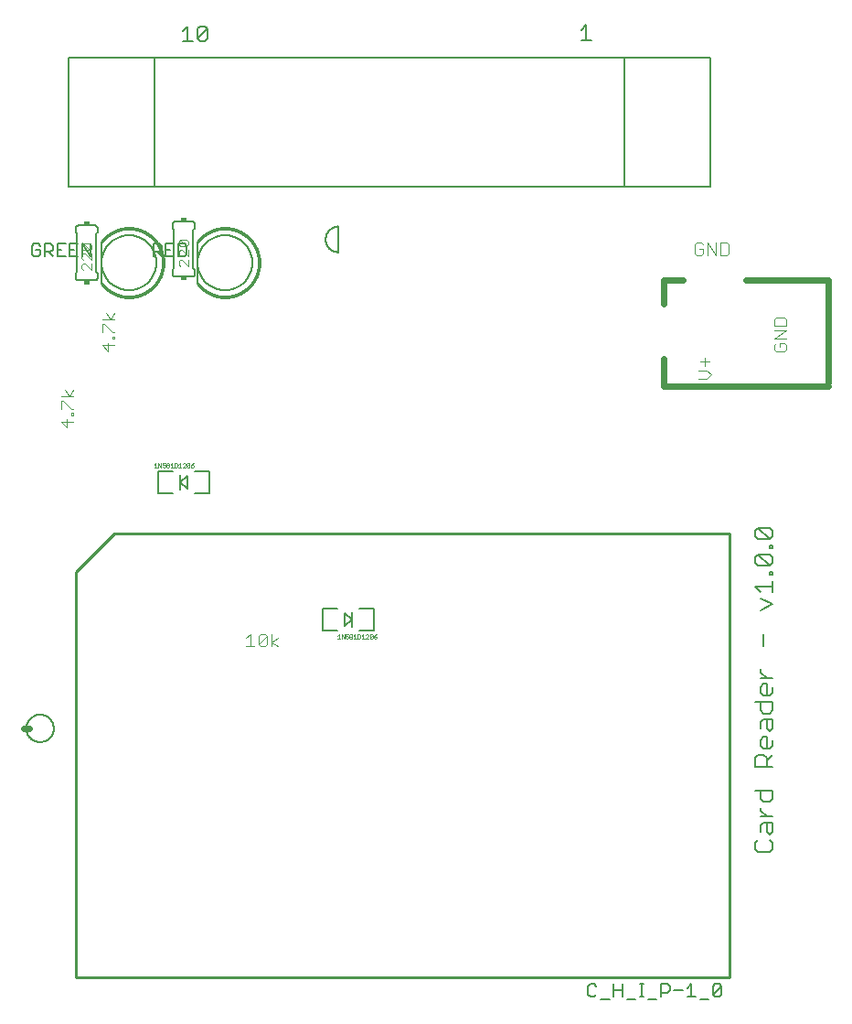
<source format=gto>
G75*
%MOIN*%
%OFA0B0*%
%FSLAX25Y25*%
%IPPOS*%
%LPD*%
%AMOC8*
5,1,8,0,0,1.08239X$1,22.5*
%
%ADD10C,0.00600*%
%ADD11C,0.02400*%
%ADD12C,0.00500*%
%ADD13C,0.00400*%
%ADD14R,0.02000X0.01500*%
%ADD15C,0.00800*%
%ADD16C,0.00100*%
%ADD17C,0.01000*%
D10*
X0066900Y0100784D02*
X0066902Y0100925D01*
X0066908Y0101066D01*
X0066918Y0101206D01*
X0066932Y0101346D01*
X0066950Y0101486D01*
X0066971Y0101625D01*
X0066997Y0101764D01*
X0067026Y0101902D01*
X0067060Y0102038D01*
X0067097Y0102174D01*
X0067138Y0102309D01*
X0067183Y0102443D01*
X0067232Y0102575D01*
X0067284Y0102706D01*
X0067340Y0102835D01*
X0067400Y0102962D01*
X0067463Y0103088D01*
X0067529Y0103212D01*
X0067600Y0103335D01*
X0067673Y0103455D01*
X0067750Y0103573D01*
X0067830Y0103689D01*
X0067914Y0103802D01*
X0068000Y0103913D01*
X0068090Y0104022D01*
X0068183Y0104128D01*
X0068278Y0104231D01*
X0068377Y0104332D01*
X0068478Y0104430D01*
X0068582Y0104525D01*
X0068689Y0104617D01*
X0068798Y0104706D01*
X0068910Y0104791D01*
X0069024Y0104874D01*
X0069140Y0104954D01*
X0069259Y0105030D01*
X0069380Y0105102D01*
X0069502Y0105172D01*
X0069627Y0105237D01*
X0069753Y0105300D01*
X0069881Y0105358D01*
X0070011Y0105413D01*
X0070142Y0105465D01*
X0070275Y0105512D01*
X0070409Y0105556D01*
X0070544Y0105597D01*
X0070680Y0105633D01*
X0070817Y0105665D01*
X0070955Y0105694D01*
X0071093Y0105719D01*
X0071233Y0105739D01*
X0071373Y0105756D01*
X0071513Y0105769D01*
X0071654Y0105778D01*
X0071794Y0105783D01*
X0071935Y0105784D01*
X0072076Y0105781D01*
X0072217Y0105774D01*
X0072357Y0105763D01*
X0072497Y0105748D01*
X0072637Y0105729D01*
X0072776Y0105707D01*
X0072914Y0105680D01*
X0073052Y0105650D01*
X0073188Y0105615D01*
X0073324Y0105577D01*
X0073458Y0105535D01*
X0073592Y0105489D01*
X0073724Y0105440D01*
X0073854Y0105386D01*
X0073983Y0105329D01*
X0074110Y0105269D01*
X0074236Y0105205D01*
X0074359Y0105137D01*
X0074481Y0105066D01*
X0074601Y0104992D01*
X0074718Y0104914D01*
X0074833Y0104833D01*
X0074946Y0104749D01*
X0075057Y0104662D01*
X0075165Y0104571D01*
X0075270Y0104478D01*
X0075373Y0104381D01*
X0075473Y0104282D01*
X0075570Y0104180D01*
X0075664Y0104075D01*
X0075755Y0103968D01*
X0075843Y0103858D01*
X0075928Y0103746D01*
X0076010Y0103631D01*
X0076089Y0103514D01*
X0076164Y0103395D01*
X0076236Y0103274D01*
X0076304Y0103151D01*
X0076369Y0103026D01*
X0076431Y0102899D01*
X0076488Y0102770D01*
X0076543Y0102640D01*
X0076593Y0102509D01*
X0076640Y0102376D01*
X0076683Y0102242D01*
X0076722Y0102106D01*
X0076757Y0101970D01*
X0076789Y0101833D01*
X0076816Y0101695D01*
X0076840Y0101556D01*
X0076860Y0101416D01*
X0076876Y0101276D01*
X0076888Y0101136D01*
X0076896Y0100995D01*
X0076900Y0100854D01*
X0076900Y0100714D01*
X0076896Y0100573D01*
X0076888Y0100432D01*
X0076876Y0100292D01*
X0076860Y0100152D01*
X0076840Y0100012D01*
X0076816Y0099873D01*
X0076789Y0099735D01*
X0076757Y0099598D01*
X0076722Y0099462D01*
X0076683Y0099326D01*
X0076640Y0099192D01*
X0076593Y0099059D01*
X0076543Y0098928D01*
X0076488Y0098798D01*
X0076431Y0098669D01*
X0076369Y0098542D01*
X0076304Y0098417D01*
X0076236Y0098294D01*
X0076164Y0098173D01*
X0076089Y0098054D01*
X0076010Y0097937D01*
X0075928Y0097822D01*
X0075843Y0097710D01*
X0075755Y0097600D01*
X0075664Y0097493D01*
X0075570Y0097388D01*
X0075473Y0097286D01*
X0075373Y0097187D01*
X0075270Y0097090D01*
X0075165Y0096997D01*
X0075057Y0096906D01*
X0074946Y0096819D01*
X0074833Y0096735D01*
X0074718Y0096654D01*
X0074601Y0096576D01*
X0074481Y0096502D01*
X0074359Y0096431D01*
X0074236Y0096363D01*
X0074110Y0096299D01*
X0073983Y0096239D01*
X0073854Y0096182D01*
X0073724Y0096128D01*
X0073592Y0096079D01*
X0073458Y0096033D01*
X0073324Y0095991D01*
X0073188Y0095953D01*
X0073052Y0095918D01*
X0072914Y0095888D01*
X0072776Y0095861D01*
X0072637Y0095839D01*
X0072497Y0095820D01*
X0072357Y0095805D01*
X0072217Y0095794D01*
X0072076Y0095787D01*
X0071935Y0095784D01*
X0071794Y0095785D01*
X0071654Y0095790D01*
X0071513Y0095799D01*
X0071373Y0095812D01*
X0071233Y0095829D01*
X0071093Y0095849D01*
X0070955Y0095874D01*
X0070817Y0095903D01*
X0070680Y0095935D01*
X0070544Y0095971D01*
X0070409Y0096012D01*
X0070275Y0096056D01*
X0070142Y0096103D01*
X0070011Y0096155D01*
X0069881Y0096210D01*
X0069753Y0096268D01*
X0069627Y0096331D01*
X0069502Y0096396D01*
X0069380Y0096466D01*
X0069259Y0096538D01*
X0069140Y0096614D01*
X0069024Y0096694D01*
X0068910Y0096777D01*
X0068798Y0096862D01*
X0068689Y0096951D01*
X0068582Y0097043D01*
X0068478Y0097138D01*
X0068377Y0097236D01*
X0068278Y0097337D01*
X0068183Y0097440D01*
X0068090Y0097546D01*
X0068000Y0097655D01*
X0067914Y0097766D01*
X0067830Y0097879D01*
X0067750Y0097995D01*
X0067673Y0098113D01*
X0067600Y0098233D01*
X0067529Y0098356D01*
X0067463Y0098480D01*
X0067400Y0098606D01*
X0067340Y0098733D01*
X0067284Y0098862D01*
X0067232Y0098993D01*
X0067183Y0099125D01*
X0067138Y0099259D01*
X0067097Y0099394D01*
X0067060Y0099530D01*
X0067026Y0099666D01*
X0066997Y0099804D01*
X0066971Y0099943D01*
X0066950Y0100082D01*
X0066932Y0100222D01*
X0066918Y0100362D01*
X0066908Y0100502D01*
X0066902Y0100643D01*
X0066900Y0100784D01*
X0085850Y0263934D02*
X0091850Y0263934D01*
X0091910Y0263936D01*
X0091971Y0263941D01*
X0092030Y0263950D01*
X0092089Y0263963D01*
X0092148Y0263979D01*
X0092205Y0263999D01*
X0092260Y0264022D01*
X0092315Y0264049D01*
X0092367Y0264078D01*
X0092418Y0264111D01*
X0092467Y0264147D01*
X0092513Y0264185D01*
X0092557Y0264227D01*
X0092599Y0264271D01*
X0092637Y0264317D01*
X0092673Y0264366D01*
X0092706Y0264417D01*
X0092735Y0264469D01*
X0092762Y0264524D01*
X0092785Y0264579D01*
X0092805Y0264636D01*
X0092821Y0264695D01*
X0092834Y0264754D01*
X0092843Y0264813D01*
X0092848Y0264874D01*
X0092850Y0264934D01*
X0092850Y0266434D01*
X0092350Y0266934D01*
X0092350Y0280934D01*
X0092850Y0281434D01*
X0092850Y0282934D01*
X0092848Y0282994D01*
X0092843Y0283055D01*
X0092834Y0283114D01*
X0092821Y0283173D01*
X0092805Y0283232D01*
X0092785Y0283289D01*
X0092762Y0283344D01*
X0092735Y0283399D01*
X0092706Y0283451D01*
X0092673Y0283502D01*
X0092637Y0283551D01*
X0092599Y0283597D01*
X0092557Y0283641D01*
X0092513Y0283683D01*
X0092467Y0283721D01*
X0092418Y0283757D01*
X0092367Y0283790D01*
X0092315Y0283819D01*
X0092260Y0283846D01*
X0092205Y0283869D01*
X0092148Y0283889D01*
X0092089Y0283905D01*
X0092030Y0283918D01*
X0091971Y0283927D01*
X0091910Y0283932D01*
X0091850Y0283934D01*
X0085850Y0283934D01*
X0085790Y0283932D01*
X0085729Y0283927D01*
X0085670Y0283918D01*
X0085611Y0283905D01*
X0085552Y0283889D01*
X0085495Y0283869D01*
X0085440Y0283846D01*
X0085385Y0283819D01*
X0085333Y0283790D01*
X0085282Y0283757D01*
X0085233Y0283721D01*
X0085187Y0283683D01*
X0085143Y0283641D01*
X0085101Y0283597D01*
X0085063Y0283551D01*
X0085027Y0283502D01*
X0084994Y0283451D01*
X0084965Y0283399D01*
X0084938Y0283344D01*
X0084915Y0283289D01*
X0084895Y0283232D01*
X0084879Y0283173D01*
X0084866Y0283114D01*
X0084857Y0283055D01*
X0084852Y0282994D01*
X0084850Y0282934D01*
X0084850Y0281434D01*
X0085350Y0280934D01*
X0085350Y0266934D01*
X0084850Y0266434D01*
X0084850Y0264934D01*
X0084852Y0264874D01*
X0084857Y0264813D01*
X0084866Y0264754D01*
X0084879Y0264695D01*
X0084895Y0264636D01*
X0084915Y0264579D01*
X0084938Y0264524D01*
X0084965Y0264469D01*
X0084994Y0264417D01*
X0085027Y0264366D01*
X0085063Y0264317D01*
X0085101Y0264271D01*
X0085143Y0264227D01*
X0085187Y0264185D01*
X0085233Y0264147D01*
X0085282Y0264111D01*
X0085333Y0264078D01*
X0085385Y0264049D01*
X0085440Y0264022D01*
X0085495Y0263999D01*
X0085552Y0263979D01*
X0085611Y0263963D01*
X0085670Y0263950D01*
X0085729Y0263941D01*
X0085790Y0263936D01*
X0085850Y0263934D01*
X0094300Y0270384D02*
X0094303Y0270629D01*
X0094312Y0270875D01*
X0094327Y0271120D01*
X0094348Y0271364D01*
X0094375Y0271608D01*
X0094408Y0271851D01*
X0094447Y0272094D01*
X0094492Y0272335D01*
X0094543Y0272575D01*
X0094600Y0272814D01*
X0094662Y0273051D01*
X0094731Y0273287D01*
X0094805Y0273521D01*
X0094885Y0273753D01*
X0094970Y0273983D01*
X0095061Y0274211D01*
X0095158Y0274436D01*
X0095260Y0274660D01*
X0095368Y0274880D01*
X0095481Y0275098D01*
X0095599Y0275313D01*
X0095723Y0275525D01*
X0095851Y0275734D01*
X0095985Y0275940D01*
X0096124Y0276142D01*
X0096268Y0276341D01*
X0096417Y0276536D01*
X0096570Y0276728D01*
X0096728Y0276916D01*
X0096890Y0277100D01*
X0097058Y0277279D01*
X0097229Y0277455D01*
X0097405Y0277626D01*
X0097584Y0277794D01*
X0097768Y0277956D01*
X0097956Y0278114D01*
X0098148Y0278267D01*
X0098343Y0278416D01*
X0098542Y0278560D01*
X0098744Y0278699D01*
X0098950Y0278833D01*
X0099159Y0278961D01*
X0099371Y0279085D01*
X0099586Y0279203D01*
X0099804Y0279316D01*
X0100024Y0279424D01*
X0100248Y0279526D01*
X0100473Y0279623D01*
X0100701Y0279714D01*
X0100931Y0279799D01*
X0101163Y0279879D01*
X0101397Y0279953D01*
X0101633Y0280022D01*
X0101870Y0280084D01*
X0102109Y0280141D01*
X0102349Y0280192D01*
X0102590Y0280237D01*
X0102833Y0280276D01*
X0103076Y0280309D01*
X0103320Y0280336D01*
X0103564Y0280357D01*
X0103809Y0280372D01*
X0104055Y0280381D01*
X0104300Y0280384D01*
X0104545Y0280381D01*
X0104791Y0280372D01*
X0105036Y0280357D01*
X0105280Y0280336D01*
X0105524Y0280309D01*
X0105767Y0280276D01*
X0106010Y0280237D01*
X0106251Y0280192D01*
X0106491Y0280141D01*
X0106730Y0280084D01*
X0106967Y0280022D01*
X0107203Y0279953D01*
X0107437Y0279879D01*
X0107669Y0279799D01*
X0107899Y0279714D01*
X0108127Y0279623D01*
X0108352Y0279526D01*
X0108576Y0279424D01*
X0108796Y0279316D01*
X0109014Y0279203D01*
X0109229Y0279085D01*
X0109441Y0278961D01*
X0109650Y0278833D01*
X0109856Y0278699D01*
X0110058Y0278560D01*
X0110257Y0278416D01*
X0110452Y0278267D01*
X0110644Y0278114D01*
X0110832Y0277956D01*
X0111016Y0277794D01*
X0111195Y0277626D01*
X0111371Y0277455D01*
X0111542Y0277279D01*
X0111710Y0277100D01*
X0111872Y0276916D01*
X0112030Y0276728D01*
X0112183Y0276536D01*
X0112332Y0276341D01*
X0112476Y0276142D01*
X0112615Y0275940D01*
X0112749Y0275734D01*
X0112877Y0275525D01*
X0113001Y0275313D01*
X0113119Y0275098D01*
X0113232Y0274880D01*
X0113340Y0274660D01*
X0113442Y0274436D01*
X0113539Y0274211D01*
X0113630Y0273983D01*
X0113715Y0273753D01*
X0113795Y0273521D01*
X0113869Y0273287D01*
X0113938Y0273051D01*
X0114000Y0272814D01*
X0114057Y0272575D01*
X0114108Y0272335D01*
X0114153Y0272094D01*
X0114192Y0271851D01*
X0114225Y0271608D01*
X0114252Y0271364D01*
X0114273Y0271120D01*
X0114288Y0270875D01*
X0114297Y0270629D01*
X0114300Y0270384D01*
X0114297Y0270139D01*
X0114288Y0269893D01*
X0114273Y0269648D01*
X0114252Y0269404D01*
X0114225Y0269160D01*
X0114192Y0268917D01*
X0114153Y0268674D01*
X0114108Y0268433D01*
X0114057Y0268193D01*
X0114000Y0267954D01*
X0113938Y0267717D01*
X0113869Y0267481D01*
X0113795Y0267247D01*
X0113715Y0267015D01*
X0113630Y0266785D01*
X0113539Y0266557D01*
X0113442Y0266332D01*
X0113340Y0266108D01*
X0113232Y0265888D01*
X0113119Y0265670D01*
X0113001Y0265455D01*
X0112877Y0265243D01*
X0112749Y0265034D01*
X0112615Y0264828D01*
X0112476Y0264626D01*
X0112332Y0264427D01*
X0112183Y0264232D01*
X0112030Y0264040D01*
X0111872Y0263852D01*
X0111710Y0263668D01*
X0111542Y0263489D01*
X0111371Y0263313D01*
X0111195Y0263142D01*
X0111016Y0262974D01*
X0110832Y0262812D01*
X0110644Y0262654D01*
X0110452Y0262501D01*
X0110257Y0262352D01*
X0110058Y0262208D01*
X0109856Y0262069D01*
X0109650Y0261935D01*
X0109441Y0261807D01*
X0109229Y0261683D01*
X0109014Y0261565D01*
X0108796Y0261452D01*
X0108576Y0261344D01*
X0108352Y0261242D01*
X0108127Y0261145D01*
X0107899Y0261054D01*
X0107669Y0260969D01*
X0107437Y0260889D01*
X0107203Y0260815D01*
X0106967Y0260746D01*
X0106730Y0260684D01*
X0106491Y0260627D01*
X0106251Y0260576D01*
X0106010Y0260531D01*
X0105767Y0260492D01*
X0105524Y0260459D01*
X0105280Y0260432D01*
X0105036Y0260411D01*
X0104791Y0260396D01*
X0104545Y0260387D01*
X0104300Y0260384D01*
X0104055Y0260387D01*
X0103809Y0260396D01*
X0103564Y0260411D01*
X0103320Y0260432D01*
X0103076Y0260459D01*
X0102833Y0260492D01*
X0102590Y0260531D01*
X0102349Y0260576D01*
X0102109Y0260627D01*
X0101870Y0260684D01*
X0101633Y0260746D01*
X0101397Y0260815D01*
X0101163Y0260889D01*
X0100931Y0260969D01*
X0100701Y0261054D01*
X0100473Y0261145D01*
X0100248Y0261242D01*
X0100024Y0261344D01*
X0099804Y0261452D01*
X0099586Y0261565D01*
X0099371Y0261683D01*
X0099159Y0261807D01*
X0098950Y0261935D01*
X0098744Y0262069D01*
X0098542Y0262208D01*
X0098343Y0262352D01*
X0098148Y0262501D01*
X0097956Y0262654D01*
X0097768Y0262812D01*
X0097584Y0262974D01*
X0097405Y0263142D01*
X0097229Y0263313D01*
X0097058Y0263489D01*
X0096890Y0263668D01*
X0096728Y0263852D01*
X0096570Y0264040D01*
X0096417Y0264232D01*
X0096268Y0264427D01*
X0096124Y0264626D01*
X0095985Y0264828D01*
X0095851Y0265034D01*
X0095723Y0265243D01*
X0095599Y0265455D01*
X0095481Y0265670D01*
X0095368Y0265888D01*
X0095260Y0266108D01*
X0095158Y0266332D01*
X0095061Y0266557D01*
X0094970Y0266785D01*
X0094885Y0267015D01*
X0094805Y0267247D01*
X0094731Y0267481D01*
X0094662Y0267717D01*
X0094600Y0267954D01*
X0094543Y0268193D01*
X0094492Y0268433D01*
X0094447Y0268674D01*
X0094408Y0268917D01*
X0094375Y0269160D01*
X0094348Y0269404D01*
X0094327Y0269648D01*
X0094312Y0269893D01*
X0094303Y0270139D01*
X0094300Y0270384D01*
X0120300Y0267884D02*
X0120800Y0268384D01*
X0120800Y0282384D01*
X0120300Y0282884D01*
X0120300Y0284384D01*
X0120302Y0284444D01*
X0120307Y0284505D01*
X0120316Y0284564D01*
X0120329Y0284623D01*
X0120345Y0284682D01*
X0120365Y0284739D01*
X0120388Y0284794D01*
X0120415Y0284849D01*
X0120444Y0284901D01*
X0120477Y0284952D01*
X0120513Y0285001D01*
X0120551Y0285047D01*
X0120593Y0285091D01*
X0120637Y0285133D01*
X0120683Y0285171D01*
X0120732Y0285207D01*
X0120783Y0285240D01*
X0120835Y0285269D01*
X0120890Y0285296D01*
X0120945Y0285319D01*
X0121002Y0285339D01*
X0121061Y0285355D01*
X0121120Y0285368D01*
X0121179Y0285377D01*
X0121240Y0285382D01*
X0121300Y0285384D01*
X0127300Y0285384D01*
X0127360Y0285382D01*
X0127421Y0285377D01*
X0127480Y0285368D01*
X0127539Y0285355D01*
X0127598Y0285339D01*
X0127655Y0285319D01*
X0127710Y0285296D01*
X0127765Y0285269D01*
X0127817Y0285240D01*
X0127868Y0285207D01*
X0127917Y0285171D01*
X0127963Y0285133D01*
X0128007Y0285091D01*
X0128049Y0285047D01*
X0128087Y0285001D01*
X0128123Y0284952D01*
X0128156Y0284901D01*
X0128185Y0284849D01*
X0128212Y0284794D01*
X0128235Y0284739D01*
X0128255Y0284682D01*
X0128271Y0284623D01*
X0128284Y0284564D01*
X0128293Y0284505D01*
X0128298Y0284444D01*
X0128300Y0284384D01*
X0128300Y0282884D01*
X0127800Y0282384D01*
X0127800Y0268384D01*
X0128300Y0267884D01*
X0128300Y0266384D01*
X0128298Y0266324D01*
X0128293Y0266263D01*
X0128284Y0266204D01*
X0128271Y0266145D01*
X0128255Y0266086D01*
X0128235Y0266029D01*
X0128212Y0265974D01*
X0128185Y0265919D01*
X0128156Y0265867D01*
X0128123Y0265816D01*
X0128087Y0265767D01*
X0128049Y0265721D01*
X0128007Y0265677D01*
X0127963Y0265635D01*
X0127917Y0265597D01*
X0127868Y0265561D01*
X0127817Y0265528D01*
X0127765Y0265499D01*
X0127710Y0265472D01*
X0127655Y0265449D01*
X0127598Y0265429D01*
X0127539Y0265413D01*
X0127480Y0265400D01*
X0127421Y0265391D01*
X0127360Y0265386D01*
X0127300Y0265384D01*
X0121300Y0265384D01*
X0121240Y0265386D01*
X0121179Y0265391D01*
X0121120Y0265400D01*
X0121061Y0265413D01*
X0121002Y0265429D01*
X0120945Y0265449D01*
X0120890Y0265472D01*
X0120835Y0265499D01*
X0120783Y0265528D01*
X0120732Y0265561D01*
X0120683Y0265597D01*
X0120637Y0265635D01*
X0120593Y0265677D01*
X0120551Y0265721D01*
X0120513Y0265767D01*
X0120477Y0265816D01*
X0120444Y0265867D01*
X0120415Y0265919D01*
X0120388Y0265974D01*
X0120365Y0266029D01*
X0120345Y0266086D01*
X0120329Y0266145D01*
X0120316Y0266204D01*
X0120307Y0266263D01*
X0120302Y0266324D01*
X0120300Y0266384D01*
X0120300Y0267884D01*
X0129300Y0270384D02*
X0129303Y0270629D01*
X0129312Y0270875D01*
X0129327Y0271120D01*
X0129348Y0271364D01*
X0129375Y0271608D01*
X0129408Y0271851D01*
X0129447Y0272094D01*
X0129492Y0272335D01*
X0129543Y0272575D01*
X0129600Y0272814D01*
X0129662Y0273051D01*
X0129731Y0273287D01*
X0129805Y0273521D01*
X0129885Y0273753D01*
X0129970Y0273983D01*
X0130061Y0274211D01*
X0130158Y0274436D01*
X0130260Y0274660D01*
X0130368Y0274880D01*
X0130481Y0275098D01*
X0130599Y0275313D01*
X0130723Y0275525D01*
X0130851Y0275734D01*
X0130985Y0275940D01*
X0131124Y0276142D01*
X0131268Y0276341D01*
X0131417Y0276536D01*
X0131570Y0276728D01*
X0131728Y0276916D01*
X0131890Y0277100D01*
X0132058Y0277279D01*
X0132229Y0277455D01*
X0132405Y0277626D01*
X0132584Y0277794D01*
X0132768Y0277956D01*
X0132956Y0278114D01*
X0133148Y0278267D01*
X0133343Y0278416D01*
X0133542Y0278560D01*
X0133744Y0278699D01*
X0133950Y0278833D01*
X0134159Y0278961D01*
X0134371Y0279085D01*
X0134586Y0279203D01*
X0134804Y0279316D01*
X0135024Y0279424D01*
X0135248Y0279526D01*
X0135473Y0279623D01*
X0135701Y0279714D01*
X0135931Y0279799D01*
X0136163Y0279879D01*
X0136397Y0279953D01*
X0136633Y0280022D01*
X0136870Y0280084D01*
X0137109Y0280141D01*
X0137349Y0280192D01*
X0137590Y0280237D01*
X0137833Y0280276D01*
X0138076Y0280309D01*
X0138320Y0280336D01*
X0138564Y0280357D01*
X0138809Y0280372D01*
X0139055Y0280381D01*
X0139300Y0280384D01*
X0139545Y0280381D01*
X0139791Y0280372D01*
X0140036Y0280357D01*
X0140280Y0280336D01*
X0140524Y0280309D01*
X0140767Y0280276D01*
X0141010Y0280237D01*
X0141251Y0280192D01*
X0141491Y0280141D01*
X0141730Y0280084D01*
X0141967Y0280022D01*
X0142203Y0279953D01*
X0142437Y0279879D01*
X0142669Y0279799D01*
X0142899Y0279714D01*
X0143127Y0279623D01*
X0143352Y0279526D01*
X0143576Y0279424D01*
X0143796Y0279316D01*
X0144014Y0279203D01*
X0144229Y0279085D01*
X0144441Y0278961D01*
X0144650Y0278833D01*
X0144856Y0278699D01*
X0145058Y0278560D01*
X0145257Y0278416D01*
X0145452Y0278267D01*
X0145644Y0278114D01*
X0145832Y0277956D01*
X0146016Y0277794D01*
X0146195Y0277626D01*
X0146371Y0277455D01*
X0146542Y0277279D01*
X0146710Y0277100D01*
X0146872Y0276916D01*
X0147030Y0276728D01*
X0147183Y0276536D01*
X0147332Y0276341D01*
X0147476Y0276142D01*
X0147615Y0275940D01*
X0147749Y0275734D01*
X0147877Y0275525D01*
X0148001Y0275313D01*
X0148119Y0275098D01*
X0148232Y0274880D01*
X0148340Y0274660D01*
X0148442Y0274436D01*
X0148539Y0274211D01*
X0148630Y0273983D01*
X0148715Y0273753D01*
X0148795Y0273521D01*
X0148869Y0273287D01*
X0148938Y0273051D01*
X0149000Y0272814D01*
X0149057Y0272575D01*
X0149108Y0272335D01*
X0149153Y0272094D01*
X0149192Y0271851D01*
X0149225Y0271608D01*
X0149252Y0271364D01*
X0149273Y0271120D01*
X0149288Y0270875D01*
X0149297Y0270629D01*
X0149300Y0270384D01*
X0149297Y0270139D01*
X0149288Y0269893D01*
X0149273Y0269648D01*
X0149252Y0269404D01*
X0149225Y0269160D01*
X0149192Y0268917D01*
X0149153Y0268674D01*
X0149108Y0268433D01*
X0149057Y0268193D01*
X0149000Y0267954D01*
X0148938Y0267717D01*
X0148869Y0267481D01*
X0148795Y0267247D01*
X0148715Y0267015D01*
X0148630Y0266785D01*
X0148539Y0266557D01*
X0148442Y0266332D01*
X0148340Y0266108D01*
X0148232Y0265888D01*
X0148119Y0265670D01*
X0148001Y0265455D01*
X0147877Y0265243D01*
X0147749Y0265034D01*
X0147615Y0264828D01*
X0147476Y0264626D01*
X0147332Y0264427D01*
X0147183Y0264232D01*
X0147030Y0264040D01*
X0146872Y0263852D01*
X0146710Y0263668D01*
X0146542Y0263489D01*
X0146371Y0263313D01*
X0146195Y0263142D01*
X0146016Y0262974D01*
X0145832Y0262812D01*
X0145644Y0262654D01*
X0145452Y0262501D01*
X0145257Y0262352D01*
X0145058Y0262208D01*
X0144856Y0262069D01*
X0144650Y0261935D01*
X0144441Y0261807D01*
X0144229Y0261683D01*
X0144014Y0261565D01*
X0143796Y0261452D01*
X0143576Y0261344D01*
X0143352Y0261242D01*
X0143127Y0261145D01*
X0142899Y0261054D01*
X0142669Y0260969D01*
X0142437Y0260889D01*
X0142203Y0260815D01*
X0141967Y0260746D01*
X0141730Y0260684D01*
X0141491Y0260627D01*
X0141251Y0260576D01*
X0141010Y0260531D01*
X0140767Y0260492D01*
X0140524Y0260459D01*
X0140280Y0260432D01*
X0140036Y0260411D01*
X0139791Y0260396D01*
X0139545Y0260387D01*
X0139300Y0260384D01*
X0139055Y0260387D01*
X0138809Y0260396D01*
X0138564Y0260411D01*
X0138320Y0260432D01*
X0138076Y0260459D01*
X0137833Y0260492D01*
X0137590Y0260531D01*
X0137349Y0260576D01*
X0137109Y0260627D01*
X0136870Y0260684D01*
X0136633Y0260746D01*
X0136397Y0260815D01*
X0136163Y0260889D01*
X0135931Y0260969D01*
X0135701Y0261054D01*
X0135473Y0261145D01*
X0135248Y0261242D01*
X0135024Y0261344D01*
X0134804Y0261452D01*
X0134586Y0261565D01*
X0134371Y0261683D01*
X0134159Y0261807D01*
X0133950Y0261935D01*
X0133744Y0262069D01*
X0133542Y0262208D01*
X0133343Y0262352D01*
X0133148Y0262501D01*
X0132956Y0262654D01*
X0132768Y0262812D01*
X0132584Y0262974D01*
X0132405Y0263142D01*
X0132229Y0263313D01*
X0132058Y0263489D01*
X0131890Y0263668D01*
X0131728Y0263852D01*
X0131570Y0264040D01*
X0131417Y0264232D01*
X0131268Y0264427D01*
X0131124Y0264626D01*
X0130985Y0264828D01*
X0130851Y0265034D01*
X0130723Y0265243D01*
X0130599Y0265455D01*
X0130481Y0265670D01*
X0130368Y0265888D01*
X0130260Y0266108D01*
X0130158Y0266332D01*
X0130061Y0266557D01*
X0129970Y0266785D01*
X0129885Y0267015D01*
X0129805Y0267247D01*
X0129731Y0267481D01*
X0129662Y0267717D01*
X0129600Y0267954D01*
X0129543Y0268193D01*
X0129492Y0268433D01*
X0129447Y0268674D01*
X0129408Y0268917D01*
X0129375Y0269160D01*
X0129348Y0269404D01*
X0129327Y0269648D01*
X0129312Y0269893D01*
X0129303Y0270139D01*
X0129300Y0270384D01*
X0332595Y0172758D02*
X0332595Y0170622D01*
X0333662Y0169555D01*
X0337932Y0169555D01*
X0333662Y0173825D01*
X0337932Y0173825D01*
X0339000Y0172758D01*
X0339000Y0170622D01*
X0337932Y0169555D01*
X0337932Y0167400D02*
X0339000Y0167400D01*
X0339000Y0166332D01*
X0337932Y0166332D01*
X0337932Y0167400D01*
X0337932Y0164157D02*
X0339000Y0163089D01*
X0339000Y0160954D01*
X0337932Y0159887D01*
X0333662Y0164157D01*
X0337932Y0164157D01*
X0333662Y0164157D02*
X0332595Y0163089D01*
X0332595Y0160954D01*
X0333662Y0159887D01*
X0337932Y0159887D01*
X0337932Y0157731D02*
X0339000Y0157731D01*
X0339000Y0156664D01*
X0337932Y0156664D01*
X0337932Y0157731D01*
X0339000Y0154489D02*
X0339000Y0150218D01*
X0339000Y0152353D02*
X0332595Y0152353D01*
X0334730Y0150218D01*
X0334730Y0148043D02*
X0339000Y0145908D01*
X0334730Y0143773D01*
X0335797Y0135152D02*
X0335797Y0130882D01*
X0334730Y0122268D02*
X0334730Y0121200D01*
X0336865Y0119065D01*
X0339000Y0119065D02*
X0334730Y0119065D01*
X0335797Y0116890D02*
X0336865Y0116890D01*
X0336865Y0112620D01*
X0337932Y0112620D02*
X0335797Y0112620D01*
X0334730Y0113687D01*
X0334730Y0115822D01*
X0335797Y0116890D01*
X0339000Y0115822D02*
X0339000Y0113687D01*
X0337932Y0112620D01*
X0339000Y0110444D02*
X0332595Y0110444D01*
X0334730Y0110444D02*
X0334730Y0107242D01*
X0335797Y0106174D01*
X0337932Y0106174D01*
X0339000Y0107242D01*
X0339000Y0110444D01*
X0339000Y0103999D02*
X0335797Y0103999D01*
X0334730Y0102931D01*
X0334730Y0100796D01*
X0336865Y0100796D02*
X0337932Y0099729D01*
X0339000Y0100796D01*
X0339000Y0103999D01*
X0336865Y0103999D02*
X0336865Y0100796D01*
X0336865Y0097553D02*
X0335797Y0097553D01*
X0334730Y0096486D01*
X0334730Y0094351D01*
X0335797Y0093283D01*
X0337932Y0093283D01*
X0339000Y0094351D01*
X0339000Y0096486D01*
X0336865Y0097553D02*
X0336865Y0093283D01*
X0335797Y0091108D02*
X0336865Y0090040D01*
X0336865Y0086838D01*
X0336865Y0088973D02*
X0339000Y0091108D01*
X0335797Y0091108D02*
X0333662Y0091108D01*
X0332595Y0090040D01*
X0332595Y0086838D01*
X0339000Y0086838D01*
X0339000Y0078217D02*
X0332595Y0078217D01*
X0334730Y0078217D02*
X0334730Y0075014D01*
X0335797Y0073947D01*
X0337932Y0073947D01*
X0339000Y0075014D01*
X0339000Y0078217D01*
X0334730Y0071778D02*
X0334730Y0070711D01*
X0336865Y0068575D01*
X0339000Y0068575D02*
X0334730Y0068575D01*
X0335797Y0066400D02*
X0339000Y0066400D01*
X0339000Y0063197D01*
X0337932Y0062130D01*
X0336865Y0063197D01*
X0336865Y0066400D01*
X0335797Y0066400D02*
X0334730Y0065333D01*
X0334730Y0063197D01*
X0333662Y0059955D02*
X0332595Y0058887D01*
X0332595Y0056752D01*
X0333662Y0055684D01*
X0337932Y0055684D01*
X0339000Y0056752D01*
X0339000Y0058887D01*
X0337932Y0059955D01*
X0332595Y0172758D02*
X0333662Y0173825D01*
D11*
X0359300Y0225384D02*
X0299300Y0225384D01*
X0299300Y0235384D01*
X0299300Y0255384D02*
X0299300Y0263888D01*
X0306300Y0263888D01*
X0329300Y0263888D02*
X0359300Y0263888D01*
X0359300Y0226880D01*
X0067900Y0100784D02*
X0065900Y0100784D01*
D12*
X0069681Y0272734D02*
X0068930Y0273485D01*
X0068930Y0276488D01*
X0069681Y0277238D01*
X0071182Y0277238D01*
X0071933Y0276488D01*
X0071933Y0274986D02*
X0070432Y0274986D01*
X0071933Y0274986D02*
X0071933Y0273485D01*
X0071182Y0272734D01*
X0069681Y0272734D01*
X0073534Y0272734D02*
X0073534Y0277238D01*
X0075786Y0277238D01*
X0076537Y0276488D01*
X0076537Y0274986D01*
X0075786Y0274236D01*
X0073534Y0274236D01*
X0075036Y0274236D02*
X0076537Y0272734D01*
X0078138Y0272734D02*
X0078138Y0277238D01*
X0081141Y0277238D01*
X0082742Y0277238D02*
X0082742Y0272734D01*
X0085745Y0272734D01*
X0087346Y0272734D02*
X0087346Y0277238D01*
X0090349Y0272734D01*
X0090349Y0277238D01*
X0085745Y0277238D02*
X0082742Y0277238D01*
X0082742Y0274986D02*
X0084243Y0274986D01*
X0081141Y0272734D02*
X0078138Y0272734D01*
X0078138Y0274986D02*
X0079639Y0274986D01*
X0082300Y0298134D02*
X0113500Y0298134D01*
X0113500Y0344934D01*
X0082300Y0344934D01*
X0082300Y0298134D01*
X0113138Y0277238D02*
X0113138Y0272734D01*
X0113138Y0274236D02*
X0115390Y0274236D01*
X0116141Y0274986D01*
X0116141Y0276488D01*
X0115390Y0277238D01*
X0113138Y0277238D01*
X0114639Y0274236D02*
X0116141Y0272734D01*
X0117742Y0272734D02*
X0117742Y0277238D01*
X0120745Y0277238D01*
X0122346Y0277238D02*
X0124598Y0277238D01*
X0125349Y0276488D01*
X0125349Y0273485D01*
X0124598Y0272734D01*
X0122346Y0272734D01*
X0122346Y0277238D01*
X0119243Y0274986D02*
X0117742Y0274986D01*
X0117742Y0272734D02*
X0120745Y0272734D01*
X0113500Y0298134D02*
X0285100Y0298134D01*
X0316300Y0298134D01*
X0316300Y0344934D01*
X0285100Y0344934D01*
X0285100Y0298134D01*
X0285100Y0344934D02*
X0113500Y0344934D01*
X0123850Y0350984D02*
X0127520Y0350984D01*
X0125685Y0350984D02*
X0125685Y0356489D01*
X0123850Y0354654D01*
X0129375Y0355572D02*
X0129375Y0351902D01*
X0133045Y0355572D01*
X0133045Y0351902D01*
X0132127Y0350984D01*
X0130292Y0350984D01*
X0129375Y0351902D01*
X0129375Y0355572D02*
X0130292Y0356489D01*
X0132127Y0356489D01*
X0133045Y0355572D01*
X0180725Y0283559D02*
X0180725Y0274184D01*
X0180590Y0274186D01*
X0180455Y0274192D01*
X0180320Y0274202D01*
X0180186Y0274215D01*
X0180052Y0274233D01*
X0179918Y0274254D01*
X0179786Y0274279D01*
X0179654Y0274308D01*
X0179523Y0274341D01*
X0179392Y0274377D01*
X0179263Y0274418D01*
X0179136Y0274462D01*
X0179009Y0274509D01*
X0178884Y0274560D01*
X0178761Y0274615D01*
X0178639Y0274674D01*
X0178519Y0274736D01*
X0178401Y0274801D01*
X0178284Y0274870D01*
X0178170Y0274942D01*
X0178058Y0275017D01*
X0177948Y0275095D01*
X0177840Y0275177D01*
X0177735Y0275262D01*
X0177632Y0275349D01*
X0177532Y0275440D01*
X0177434Y0275533D01*
X0177339Y0275630D01*
X0177247Y0275728D01*
X0177158Y0275830D01*
X0177072Y0275934D01*
X0176989Y0276041D01*
X0176909Y0276149D01*
X0176832Y0276260D01*
X0176758Y0276374D01*
X0176688Y0276489D01*
X0176621Y0276606D01*
X0176557Y0276726D01*
X0176497Y0276847D01*
X0176440Y0276969D01*
X0176387Y0277094D01*
X0176338Y0277219D01*
X0176292Y0277346D01*
X0176250Y0277475D01*
X0176212Y0277604D01*
X0176177Y0277735D01*
X0176146Y0277866D01*
X0176119Y0277999D01*
X0176096Y0278132D01*
X0176076Y0278266D01*
X0176061Y0278400D01*
X0176049Y0278534D01*
X0176041Y0278669D01*
X0176037Y0278804D01*
X0176037Y0278940D01*
X0176041Y0279075D01*
X0176049Y0279210D01*
X0176061Y0279344D01*
X0176076Y0279478D01*
X0176096Y0279612D01*
X0176119Y0279745D01*
X0176146Y0279878D01*
X0176177Y0280009D01*
X0176212Y0280140D01*
X0176250Y0280269D01*
X0176292Y0280398D01*
X0176338Y0280525D01*
X0176387Y0280650D01*
X0176440Y0280775D01*
X0176497Y0280897D01*
X0176557Y0281018D01*
X0176621Y0281138D01*
X0176688Y0281255D01*
X0176758Y0281370D01*
X0176832Y0281484D01*
X0176909Y0281595D01*
X0176989Y0281703D01*
X0177072Y0281810D01*
X0177158Y0281914D01*
X0177247Y0282016D01*
X0177339Y0282114D01*
X0177434Y0282211D01*
X0177532Y0282304D01*
X0177632Y0282395D01*
X0177735Y0282482D01*
X0177840Y0282567D01*
X0177948Y0282649D01*
X0178058Y0282727D01*
X0178170Y0282802D01*
X0178284Y0282874D01*
X0178401Y0282943D01*
X0178519Y0283008D01*
X0178639Y0283070D01*
X0178761Y0283129D01*
X0178884Y0283184D01*
X0179009Y0283235D01*
X0179136Y0283282D01*
X0179263Y0283326D01*
X0179392Y0283367D01*
X0179523Y0283403D01*
X0179654Y0283436D01*
X0179786Y0283465D01*
X0179918Y0283490D01*
X0180052Y0283511D01*
X0180186Y0283529D01*
X0180320Y0283542D01*
X0180455Y0283552D01*
X0180590Y0283558D01*
X0180725Y0283560D01*
X0269250Y0351484D02*
X0272920Y0351484D01*
X0271085Y0351484D02*
X0271085Y0356989D01*
X0269250Y0355154D01*
X0272475Y0007578D02*
X0271705Y0006808D01*
X0271705Y0003726D01*
X0272475Y0002956D01*
X0274016Y0002956D01*
X0274786Y0003726D01*
X0276417Y0002186D02*
X0279499Y0002186D01*
X0281130Y0002956D02*
X0281130Y0007578D01*
X0281130Y0005267D02*
X0284211Y0005267D01*
X0284211Y0007578D02*
X0284211Y0002956D01*
X0285843Y0002186D02*
X0288924Y0002186D01*
X0290555Y0002956D02*
X0292096Y0002956D01*
X0291326Y0002956D02*
X0291326Y0007578D01*
X0292096Y0007578D02*
X0290555Y0007578D01*
X0293697Y0002186D02*
X0296778Y0002186D01*
X0298410Y0002956D02*
X0298410Y0007578D01*
X0300721Y0007578D01*
X0301491Y0006808D01*
X0301491Y0005267D01*
X0300721Y0004497D01*
X0298410Y0004497D01*
X0303122Y0005267D02*
X0306204Y0005267D01*
X0307835Y0006037D02*
X0309376Y0007578D01*
X0309376Y0002956D01*
X0310916Y0002956D02*
X0307835Y0002956D01*
X0312548Y0002186D02*
X0315629Y0002186D01*
X0317260Y0003726D02*
X0320342Y0006808D01*
X0320342Y0003726D01*
X0319572Y0002956D01*
X0318031Y0002956D01*
X0317260Y0003726D01*
X0317260Y0006808D01*
X0318031Y0007578D01*
X0319572Y0007578D01*
X0320342Y0006808D01*
X0274786Y0006808D02*
X0274016Y0007578D01*
X0272475Y0007578D01*
D13*
X0158510Y0130584D02*
X0156208Y0132119D01*
X0158510Y0133654D01*
X0156208Y0135188D02*
X0156208Y0130584D01*
X0154673Y0131352D02*
X0153906Y0130584D01*
X0152371Y0130584D01*
X0151604Y0131352D01*
X0154673Y0134421D01*
X0154673Y0131352D01*
X0154673Y0134421D02*
X0153906Y0135188D01*
X0152371Y0135188D01*
X0151604Y0134421D01*
X0151604Y0131352D01*
X0150069Y0130584D02*
X0147000Y0130584D01*
X0148535Y0130584D02*
X0148535Y0135188D01*
X0147000Y0133654D01*
X0081798Y0210238D02*
X0081798Y0213307D01*
X0083333Y0214842D02*
X0083333Y0215609D01*
X0084100Y0215609D01*
X0084100Y0214842D01*
X0083333Y0214842D01*
X0083333Y0217144D02*
X0084100Y0217144D01*
X0083333Y0217144D02*
X0080263Y0220213D01*
X0079496Y0220213D01*
X0079496Y0217144D01*
X0079496Y0221748D02*
X0084100Y0221748D01*
X0082565Y0221748D02*
X0081031Y0224050D01*
X0082565Y0221748D02*
X0084100Y0224050D01*
X0084100Y0212540D02*
X0079496Y0212540D01*
X0081798Y0210238D01*
X0096798Y0238084D02*
X0096798Y0241154D01*
X0098333Y0242688D02*
X0098333Y0243456D01*
X0099100Y0243456D01*
X0099100Y0242688D01*
X0098333Y0242688D01*
X0098333Y0244990D02*
X0099100Y0244990D01*
X0098333Y0244990D02*
X0095263Y0248060D01*
X0094496Y0248060D01*
X0094496Y0244990D01*
X0094496Y0240386D02*
X0096798Y0238084D01*
X0099100Y0240386D02*
X0094496Y0240386D01*
X0094496Y0249594D02*
X0099100Y0249594D01*
X0097565Y0249594D02*
X0099100Y0251896D01*
X0097565Y0249594D02*
X0096031Y0251896D01*
X0090550Y0267734D02*
X0088215Y0270070D01*
X0087631Y0270070D01*
X0087047Y0269486D01*
X0087047Y0268318D01*
X0087631Y0267734D01*
X0090550Y0267734D02*
X0090550Y0270070D01*
X0090550Y0271325D02*
X0088215Y0273661D01*
X0087631Y0273661D01*
X0087047Y0273077D01*
X0087047Y0271909D01*
X0087631Y0271325D01*
X0090550Y0271325D02*
X0090550Y0273661D01*
X0089966Y0274917D02*
X0087631Y0277252D01*
X0089966Y0277252D01*
X0090550Y0276668D01*
X0090550Y0275500D01*
X0089966Y0274917D01*
X0087631Y0274917D01*
X0087047Y0275500D01*
X0087047Y0276668D01*
X0087631Y0277252D01*
X0122497Y0276950D02*
X0122497Y0278118D01*
X0123081Y0278702D01*
X0125416Y0276367D01*
X0126000Y0276950D01*
X0126000Y0278118D01*
X0125416Y0278702D01*
X0123081Y0278702D01*
X0122497Y0276950D02*
X0123081Y0276367D01*
X0125416Y0276367D01*
X0126000Y0275111D02*
X0126000Y0272775D01*
X0123665Y0275111D01*
X0123081Y0275111D01*
X0122497Y0274527D01*
X0122497Y0273359D01*
X0123081Y0272775D01*
X0123081Y0271520D02*
X0122497Y0270936D01*
X0122497Y0269768D01*
X0123081Y0269184D01*
X0123081Y0271520D02*
X0123665Y0271520D01*
X0126000Y0269184D01*
X0126000Y0271520D01*
X0310688Y0273852D02*
X0311456Y0273084D01*
X0312990Y0273084D01*
X0313757Y0273852D01*
X0313757Y0275386D01*
X0312223Y0275386D01*
X0310688Y0276921D02*
X0310688Y0273852D01*
X0310688Y0276921D02*
X0311456Y0277688D01*
X0312990Y0277688D01*
X0313757Y0276921D01*
X0315292Y0277688D02*
X0315292Y0273084D01*
X0318361Y0273084D02*
X0315292Y0277688D01*
X0318361Y0277688D02*
X0318361Y0273084D01*
X0319896Y0273084D02*
X0322198Y0273084D01*
X0322965Y0273852D01*
X0322965Y0276921D01*
X0322198Y0277688D01*
X0319896Y0277688D01*
X0319896Y0273084D01*
X0340263Y0250362D02*
X0339496Y0249594D01*
X0339496Y0247292D01*
X0344100Y0247292D01*
X0344100Y0249594D01*
X0343333Y0250362D01*
X0340263Y0250362D01*
X0339496Y0245758D02*
X0344100Y0245758D01*
X0339496Y0242688D01*
X0344100Y0242688D01*
X0343333Y0241154D02*
X0341798Y0241154D01*
X0341798Y0239619D01*
X0340263Y0238084D02*
X0343333Y0238084D01*
X0344100Y0238852D01*
X0344100Y0240386D01*
X0343333Y0241154D01*
X0340263Y0241154D02*
X0339496Y0240386D01*
X0339496Y0238852D01*
X0340263Y0238084D01*
X0315833Y0234223D02*
X0312763Y0234223D01*
X0314298Y0232688D02*
X0314298Y0235758D01*
X0315065Y0231154D02*
X0311996Y0231154D01*
X0315065Y0231154D02*
X0316600Y0229619D01*
X0315065Y0228084D01*
X0311996Y0228084D01*
D14*
X0124300Y0264634D03*
X0124300Y0286134D03*
X0088850Y0284684D03*
X0088850Y0263184D03*
D15*
X0094300Y0262884D02*
X0094300Y0277884D01*
X0129300Y0277884D02*
X0129300Y0262884D01*
X0128237Y0194321D02*
X0133749Y0194321D01*
X0133749Y0186447D01*
X0128237Y0186447D01*
X0125481Y0188022D02*
X0125481Y0192747D01*
X0123119Y0190384D01*
X0125481Y0188022D01*
X0123119Y0187628D02*
X0123119Y0190384D01*
X0123119Y0193140D01*
X0120363Y0194321D02*
X0114851Y0194321D01*
X0114851Y0186447D01*
X0120363Y0186447D01*
X0174851Y0144321D02*
X0174851Y0136447D01*
X0180363Y0136447D01*
X0183119Y0138022D02*
X0185481Y0140384D01*
X0183119Y0142747D01*
X0183119Y0138022D01*
X0185481Y0137628D02*
X0185481Y0140384D01*
X0185481Y0143140D01*
X0188237Y0144321D02*
X0193749Y0144321D01*
X0193749Y0136447D01*
X0188237Y0136447D01*
X0180363Y0144321D02*
X0174851Y0144321D01*
D16*
X0180850Y0134936D02*
X0180850Y0133434D01*
X0180350Y0133434D02*
X0181351Y0133434D01*
X0181823Y0133434D02*
X0181823Y0134936D01*
X0182824Y0133434D01*
X0182824Y0134936D01*
X0183297Y0134936D02*
X0183297Y0134185D01*
X0183797Y0134435D01*
X0184047Y0134435D01*
X0184297Y0134185D01*
X0184297Y0133685D01*
X0184047Y0133434D01*
X0183547Y0133434D01*
X0183297Y0133685D01*
X0183297Y0134936D02*
X0184297Y0134936D01*
X0184770Y0134685D02*
X0184770Y0134435D01*
X0185020Y0134185D01*
X0185520Y0134185D01*
X0185771Y0133935D01*
X0185771Y0133685D01*
X0185520Y0133434D01*
X0185020Y0133434D01*
X0184770Y0133685D01*
X0184770Y0133935D01*
X0185020Y0134185D01*
X0185520Y0134185D02*
X0185771Y0134435D01*
X0185771Y0134685D01*
X0185520Y0134936D01*
X0185020Y0134936D01*
X0184770Y0134685D01*
X0186243Y0134435D02*
X0186743Y0134936D01*
X0186743Y0133434D01*
X0186243Y0133434D02*
X0187244Y0133434D01*
X0187716Y0133434D02*
X0188467Y0133434D01*
X0188717Y0133685D01*
X0188717Y0134685D01*
X0188467Y0134936D01*
X0187716Y0134936D01*
X0187716Y0133434D01*
X0189190Y0133434D02*
X0190190Y0133434D01*
X0190663Y0133434D02*
X0191664Y0134435D01*
X0191664Y0134685D01*
X0191413Y0134936D01*
X0190913Y0134936D01*
X0190663Y0134685D01*
X0189690Y0134936D02*
X0189690Y0133434D01*
X0190663Y0133434D02*
X0191664Y0133434D01*
X0192136Y0133685D02*
X0193137Y0134685D01*
X0193137Y0133685D01*
X0192887Y0133434D01*
X0192386Y0133434D01*
X0192136Y0133685D01*
X0192136Y0134685D01*
X0192386Y0134936D01*
X0192887Y0134936D01*
X0193137Y0134685D01*
X0193609Y0134185D02*
X0193609Y0133685D01*
X0193859Y0133434D01*
X0194360Y0133434D01*
X0194610Y0133685D01*
X0194610Y0133935D01*
X0194360Y0134185D01*
X0193609Y0134185D01*
X0194110Y0134685D01*
X0194610Y0134936D01*
X0189690Y0134936D02*
X0189190Y0134435D01*
X0180850Y0134936D02*
X0180350Y0134435D01*
X0127627Y0195834D02*
X0127878Y0196085D01*
X0127878Y0196335D01*
X0127627Y0196585D01*
X0126877Y0196585D01*
X0126877Y0196085D01*
X0127127Y0195834D01*
X0127627Y0195834D01*
X0126877Y0196585D02*
X0127377Y0197085D01*
X0127878Y0197336D01*
X0126404Y0197085D02*
X0125403Y0196085D01*
X0125654Y0195834D01*
X0126154Y0195834D01*
X0126404Y0196085D01*
X0126404Y0197085D01*
X0126154Y0197336D01*
X0125654Y0197336D01*
X0125403Y0197085D01*
X0125403Y0196085D01*
X0124931Y0195834D02*
X0123930Y0195834D01*
X0124931Y0196835D01*
X0124931Y0197085D01*
X0124681Y0197336D01*
X0124180Y0197336D01*
X0123930Y0197085D01*
X0122957Y0197336D02*
X0122957Y0195834D01*
X0122457Y0195834D02*
X0123458Y0195834D01*
X0122457Y0196835D02*
X0122957Y0197336D01*
X0121985Y0197085D02*
X0121734Y0197336D01*
X0120984Y0197336D01*
X0120984Y0195834D01*
X0121734Y0195834D01*
X0121985Y0196085D01*
X0121985Y0197085D01*
X0120511Y0195834D02*
X0119510Y0195834D01*
X0120011Y0195834D02*
X0120011Y0197336D01*
X0119510Y0196835D01*
X0119038Y0196835D02*
X0118788Y0196585D01*
X0118287Y0196585D01*
X0118037Y0196835D01*
X0118037Y0197085D01*
X0118287Y0197336D01*
X0118788Y0197336D01*
X0119038Y0197085D01*
X0119038Y0196835D01*
X0118788Y0196585D02*
X0119038Y0196335D01*
X0119038Y0196085D01*
X0118788Y0195834D01*
X0118287Y0195834D01*
X0118037Y0196085D01*
X0118037Y0196335D01*
X0118287Y0196585D01*
X0117565Y0196585D02*
X0117565Y0196085D01*
X0117315Y0195834D01*
X0116814Y0195834D01*
X0116564Y0196085D01*
X0116564Y0196585D02*
X0117064Y0196835D01*
X0117315Y0196835D01*
X0117565Y0196585D01*
X0117565Y0197336D02*
X0116564Y0197336D01*
X0116564Y0196585D01*
X0116092Y0195834D02*
X0116092Y0197336D01*
X0115091Y0197336D02*
X0116092Y0195834D01*
X0115091Y0195834D02*
X0115091Y0197336D01*
X0114118Y0197336D02*
X0114118Y0195834D01*
X0114618Y0195834D02*
X0113617Y0195834D01*
X0113617Y0196835D02*
X0114118Y0197336D01*
X0093971Y0262575D02*
X0094691Y0263115D01*
X0094690Y0263114D02*
X0094871Y0262881D01*
X0095057Y0262653D01*
X0095249Y0262429D01*
X0095446Y0262210D01*
X0095648Y0261996D01*
X0095856Y0261787D01*
X0096069Y0261584D01*
X0096286Y0261385D01*
X0096509Y0261192D01*
X0096736Y0261004D01*
X0096967Y0260822D01*
X0097203Y0260645D01*
X0097444Y0260475D01*
X0097688Y0260310D01*
X0097936Y0260152D01*
X0098188Y0259999D01*
X0098444Y0259853D01*
X0098703Y0259713D01*
X0098966Y0259579D01*
X0099231Y0259452D01*
X0099500Y0259331D01*
X0099772Y0259217D01*
X0100046Y0259110D01*
X0100323Y0259009D01*
X0100602Y0258915D01*
X0100884Y0258828D01*
X0101167Y0258748D01*
X0101453Y0258675D01*
X0101740Y0258609D01*
X0102029Y0258550D01*
X0102319Y0258498D01*
X0102610Y0258453D01*
X0102902Y0258415D01*
X0103195Y0258385D01*
X0103489Y0258361D01*
X0103783Y0258345D01*
X0104077Y0258336D01*
X0104372Y0258334D01*
X0104667Y0258340D01*
X0104961Y0258352D01*
X0105255Y0258372D01*
X0105548Y0258399D01*
X0105841Y0258433D01*
X0106133Y0258474D01*
X0106423Y0258523D01*
X0106713Y0258578D01*
X0107000Y0258640D01*
X0107287Y0258710D01*
X0107571Y0258787D01*
X0107854Y0258870D01*
X0108134Y0258960D01*
X0108412Y0259057D01*
X0108688Y0259161D01*
X0108961Y0259272D01*
X0109231Y0259389D01*
X0109499Y0259513D01*
X0109763Y0259643D01*
X0110024Y0259780D01*
X0110281Y0259923D01*
X0110535Y0260073D01*
X0110786Y0260228D01*
X0111032Y0260390D01*
X0111274Y0260557D01*
X0111512Y0260731D01*
X0111746Y0260910D01*
X0111976Y0261095D01*
X0112200Y0261285D01*
X0112421Y0261481D01*
X0112636Y0261682D01*
X0112846Y0261889D01*
X0113051Y0262100D01*
X0113251Y0262317D01*
X0113446Y0262538D01*
X0113635Y0262764D01*
X0113818Y0262994D01*
X0113996Y0263229D01*
X0114168Y0263469D01*
X0114334Y0263712D01*
X0114494Y0263959D01*
X0114648Y0264210D01*
X0114796Y0264465D01*
X0114938Y0264724D01*
X0115073Y0264985D01*
X0115202Y0265250D01*
X0115324Y0265518D01*
X0115440Y0265789D01*
X0115549Y0266063D01*
X0115651Y0266339D01*
X0115746Y0266618D01*
X0115835Y0266899D01*
X0115917Y0267182D01*
X0115992Y0267467D01*
X0116059Y0267754D01*
X0116120Y0268042D01*
X0116174Y0268332D01*
X0116221Y0268623D01*
X0116260Y0268915D01*
X0116292Y0269207D01*
X0116318Y0269501D01*
X0116336Y0269795D01*
X0116346Y0270089D01*
X0116350Y0270384D01*
X0116346Y0270679D01*
X0116336Y0270973D01*
X0116318Y0271267D01*
X0116292Y0271561D01*
X0116260Y0271853D01*
X0116221Y0272145D01*
X0116174Y0272436D01*
X0116120Y0272726D01*
X0116059Y0273014D01*
X0115992Y0273301D01*
X0115917Y0273586D01*
X0115835Y0273869D01*
X0115746Y0274150D01*
X0115651Y0274429D01*
X0115549Y0274705D01*
X0115440Y0274979D01*
X0115324Y0275250D01*
X0115202Y0275518D01*
X0115073Y0275783D01*
X0114938Y0276044D01*
X0114796Y0276303D01*
X0114648Y0276558D01*
X0114494Y0276809D01*
X0114334Y0277056D01*
X0114168Y0277299D01*
X0113996Y0277539D01*
X0113818Y0277774D01*
X0113635Y0278004D01*
X0113446Y0278230D01*
X0113251Y0278451D01*
X0113051Y0278668D01*
X0112846Y0278879D01*
X0112636Y0279086D01*
X0112421Y0279287D01*
X0112200Y0279483D01*
X0111976Y0279673D01*
X0111746Y0279858D01*
X0111512Y0280037D01*
X0111274Y0280211D01*
X0111032Y0280378D01*
X0110786Y0280540D01*
X0110535Y0280695D01*
X0110281Y0280845D01*
X0110024Y0280988D01*
X0109763Y0281125D01*
X0109499Y0281255D01*
X0109231Y0281379D01*
X0108961Y0281496D01*
X0108688Y0281607D01*
X0108412Y0281711D01*
X0108134Y0281808D01*
X0107854Y0281898D01*
X0107571Y0281981D01*
X0107287Y0282058D01*
X0107000Y0282128D01*
X0106713Y0282190D01*
X0106423Y0282245D01*
X0106133Y0282294D01*
X0105841Y0282335D01*
X0105548Y0282369D01*
X0105255Y0282396D01*
X0104961Y0282416D01*
X0104667Y0282428D01*
X0104372Y0282434D01*
X0104077Y0282432D01*
X0103783Y0282423D01*
X0103489Y0282407D01*
X0103195Y0282383D01*
X0102902Y0282353D01*
X0102610Y0282315D01*
X0102319Y0282270D01*
X0102029Y0282218D01*
X0101740Y0282159D01*
X0101453Y0282093D01*
X0101167Y0282020D01*
X0100884Y0281940D01*
X0100602Y0281853D01*
X0100323Y0281759D01*
X0100046Y0281658D01*
X0099772Y0281551D01*
X0099500Y0281437D01*
X0099231Y0281316D01*
X0098966Y0281189D01*
X0098703Y0281055D01*
X0098444Y0280915D01*
X0098188Y0280769D01*
X0097936Y0280616D01*
X0097688Y0280458D01*
X0097444Y0280293D01*
X0097203Y0280123D01*
X0096967Y0279946D01*
X0096736Y0279764D01*
X0096509Y0279576D01*
X0096286Y0279383D01*
X0096069Y0279184D01*
X0095856Y0278981D01*
X0095648Y0278772D01*
X0095446Y0278558D01*
X0095249Y0278339D01*
X0095057Y0278115D01*
X0094871Y0277887D01*
X0094690Y0277654D01*
X0093971Y0278193D01*
X0093970Y0278194D01*
X0094164Y0278444D01*
X0094364Y0278690D01*
X0094570Y0278930D01*
X0094782Y0279165D01*
X0095000Y0279395D01*
X0095223Y0279620D01*
X0095451Y0279839D01*
X0095685Y0280053D01*
X0095924Y0280261D01*
X0096168Y0280463D01*
X0096417Y0280658D01*
X0096671Y0280848D01*
X0096929Y0281031D01*
X0097191Y0281208D01*
X0097458Y0281379D01*
X0097729Y0281543D01*
X0098004Y0281700D01*
X0098282Y0281851D01*
X0098565Y0281995D01*
X0098850Y0282131D01*
X0099139Y0282261D01*
X0099431Y0282384D01*
X0099726Y0282499D01*
X0100023Y0282607D01*
X0100324Y0282708D01*
X0100626Y0282802D01*
X0100931Y0282888D01*
X0101238Y0282967D01*
X0101546Y0283038D01*
X0101856Y0283101D01*
X0102168Y0283157D01*
X0102481Y0283206D01*
X0102795Y0283246D01*
X0103110Y0283279D01*
X0103426Y0283304D01*
X0103742Y0283322D01*
X0104058Y0283332D01*
X0104375Y0283334D01*
X0104692Y0283328D01*
X0105008Y0283315D01*
X0105324Y0283293D01*
X0105639Y0283265D01*
X0105954Y0283228D01*
X0106267Y0283184D01*
X0106580Y0283132D01*
X0106891Y0283072D01*
X0107200Y0283005D01*
X0107508Y0282930D01*
X0107814Y0282848D01*
X0108117Y0282759D01*
X0108419Y0282662D01*
X0108718Y0282557D01*
X0109014Y0282445D01*
X0109308Y0282327D01*
X0109598Y0282201D01*
X0109885Y0282068D01*
X0110170Y0281927D01*
X0110450Y0281780D01*
X0110727Y0281627D01*
X0111000Y0281466D01*
X0111269Y0281299D01*
X0111534Y0281125D01*
X0111794Y0280945D01*
X0112050Y0280759D01*
X0112301Y0280566D01*
X0112548Y0280368D01*
X0112790Y0280163D01*
X0113026Y0279953D01*
X0113258Y0279736D01*
X0113483Y0279514D01*
X0113704Y0279287D01*
X0113919Y0279055D01*
X0114128Y0278817D01*
X0114331Y0278574D01*
X0114529Y0278326D01*
X0114720Y0278074D01*
X0114905Y0277817D01*
X0115083Y0277555D01*
X0115255Y0277289D01*
X0115421Y0277020D01*
X0115580Y0276746D01*
X0115732Y0276468D01*
X0115877Y0276187D01*
X0116016Y0275902D01*
X0116147Y0275614D01*
X0116271Y0275322D01*
X0116389Y0275028D01*
X0116499Y0274731D01*
X0116601Y0274432D01*
X0116696Y0274130D01*
X0116784Y0273826D01*
X0116865Y0273519D01*
X0116938Y0273211D01*
X0117003Y0272901D01*
X0117061Y0272590D01*
X0117111Y0272277D01*
X0117153Y0271963D01*
X0117188Y0271649D01*
X0117215Y0271333D01*
X0117235Y0271017D01*
X0117246Y0270701D01*
X0117250Y0270384D01*
X0117246Y0270067D01*
X0117235Y0269751D01*
X0117215Y0269435D01*
X0117188Y0269119D01*
X0117153Y0268805D01*
X0117111Y0268491D01*
X0117061Y0268178D01*
X0117003Y0267867D01*
X0116938Y0267557D01*
X0116865Y0267249D01*
X0116784Y0266942D01*
X0116696Y0266638D01*
X0116601Y0266336D01*
X0116499Y0266037D01*
X0116389Y0265740D01*
X0116271Y0265446D01*
X0116147Y0265154D01*
X0116016Y0264866D01*
X0115877Y0264581D01*
X0115732Y0264300D01*
X0115580Y0264022D01*
X0115421Y0263748D01*
X0115255Y0263479D01*
X0115083Y0263213D01*
X0114905Y0262951D01*
X0114720Y0262694D01*
X0114529Y0262442D01*
X0114331Y0262194D01*
X0114128Y0261951D01*
X0113919Y0261713D01*
X0113704Y0261481D01*
X0113483Y0261254D01*
X0113258Y0261032D01*
X0113026Y0260815D01*
X0112790Y0260605D01*
X0112548Y0260400D01*
X0112301Y0260202D01*
X0112050Y0260009D01*
X0111794Y0259823D01*
X0111534Y0259643D01*
X0111269Y0259469D01*
X0111000Y0259302D01*
X0110727Y0259141D01*
X0110450Y0258988D01*
X0110170Y0258841D01*
X0109885Y0258700D01*
X0109598Y0258567D01*
X0109308Y0258441D01*
X0109014Y0258323D01*
X0108718Y0258211D01*
X0108419Y0258106D01*
X0108117Y0258009D01*
X0107814Y0257920D01*
X0107508Y0257838D01*
X0107200Y0257763D01*
X0106891Y0257696D01*
X0106580Y0257636D01*
X0106267Y0257584D01*
X0105954Y0257540D01*
X0105639Y0257503D01*
X0105324Y0257475D01*
X0105008Y0257453D01*
X0104692Y0257440D01*
X0104375Y0257434D01*
X0104058Y0257436D01*
X0103742Y0257446D01*
X0103426Y0257464D01*
X0103110Y0257489D01*
X0102795Y0257522D01*
X0102481Y0257562D01*
X0102168Y0257611D01*
X0101856Y0257667D01*
X0101546Y0257730D01*
X0101238Y0257801D01*
X0100931Y0257880D01*
X0100626Y0257966D01*
X0100324Y0258060D01*
X0100023Y0258161D01*
X0099726Y0258269D01*
X0099431Y0258384D01*
X0099139Y0258507D01*
X0098850Y0258637D01*
X0098565Y0258773D01*
X0098282Y0258917D01*
X0098004Y0259068D01*
X0097729Y0259225D01*
X0097458Y0259389D01*
X0097191Y0259560D01*
X0096929Y0259737D01*
X0096671Y0259920D01*
X0096417Y0260110D01*
X0096168Y0260305D01*
X0095924Y0260507D01*
X0095685Y0260715D01*
X0095451Y0260929D01*
X0095223Y0261148D01*
X0095000Y0261373D01*
X0094782Y0261603D01*
X0094570Y0261838D01*
X0094364Y0262078D01*
X0094164Y0262324D01*
X0093970Y0262574D01*
X0094045Y0262630D01*
X0094238Y0262382D01*
X0094437Y0262138D01*
X0094641Y0261900D01*
X0094851Y0261666D01*
X0095067Y0261438D01*
X0095289Y0261215D01*
X0095516Y0260997D01*
X0095748Y0260785D01*
X0095985Y0260579D01*
X0096227Y0260378D01*
X0096475Y0260184D01*
X0096726Y0259996D01*
X0096983Y0259814D01*
X0097243Y0259638D01*
X0097508Y0259469D01*
X0097777Y0259306D01*
X0098050Y0259150D01*
X0098326Y0259000D01*
X0098606Y0258858D01*
X0098890Y0258722D01*
X0099177Y0258593D01*
X0099467Y0258471D01*
X0099759Y0258357D01*
X0100055Y0258249D01*
X0100353Y0258149D01*
X0100653Y0258056D01*
X0100956Y0257971D01*
X0101260Y0257893D01*
X0101566Y0257822D01*
X0101874Y0257759D01*
X0102184Y0257703D01*
X0102494Y0257655D01*
X0102806Y0257615D01*
X0103119Y0257582D01*
X0103432Y0257557D01*
X0103746Y0257540D01*
X0104060Y0257530D01*
X0104375Y0257528D01*
X0104689Y0257534D01*
X0105003Y0257547D01*
X0105317Y0257568D01*
X0105630Y0257597D01*
X0105942Y0257633D01*
X0106253Y0257677D01*
X0106563Y0257729D01*
X0106872Y0257788D01*
X0107179Y0257855D01*
X0107485Y0257929D01*
X0107788Y0258010D01*
X0108090Y0258099D01*
X0108389Y0258196D01*
X0108686Y0258299D01*
X0108980Y0258410D01*
X0109271Y0258528D01*
X0109560Y0258653D01*
X0109845Y0258785D01*
X0110127Y0258924D01*
X0110405Y0259070D01*
X0110680Y0259223D01*
X0110951Y0259382D01*
X0111218Y0259548D01*
X0111481Y0259721D01*
X0111740Y0259899D01*
X0111994Y0260084D01*
X0112243Y0260276D01*
X0112488Y0260473D01*
X0112728Y0260676D01*
X0112963Y0260885D01*
X0113193Y0261100D01*
X0113417Y0261320D01*
X0113636Y0261545D01*
X0113849Y0261776D01*
X0114057Y0262012D01*
X0114259Y0262254D01*
X0114454Y0262499D01*
X0114644Y0262750D01*
X0114828Y0263005D01*
X0115005Y0263265D01*
X0115176Y0263529D01*
X0115340Y0263797D01*
X0115498Y0264069D01*
X0115649Y0264344D01*
X0115793Y0264624D01*
X0115931Y0264906D01*
X0116061Y0265192D01*
X0116185Y0265481D01*
X0116301Y0265774D01*
X0116410Y0266068D01*
X0116512Y0266366D01*
X0116606Y0266665D01*
X0116694Y0266968D01*
X0116774Y0267272D01*
X0116846Y0267577D01*
X0116911Y0267885D01*
X0116968Y0268194D01*
X0117018Y0268505D01*
X0117060Y0268816D01*
X0117095Y0269129D01*
X0117121Y0269442D01*
X0117141Y0269756D01*
X0117152Y0270070D01*
X0117156Y0270384D01*
X0117152Y0270698D01*
X0117141Y0271012D01*
X0117121Y0271326D01*
X0117095Y0271639D01*
X0117060Y0271952D01*
X0117018Y0272263D01*
X0116968Y0272574D01*
X0116911Y0272883D01*
X0116846Y0273191D01*
X0116774Y0273496D01*
X0116694Y0273800D01*
X0116606Y0274103D01*
X0116512Y0274402D01*
X0116410Y0274700D01*
X0116301Y0274994D01*
X0116185Y0275287D01*
X0116061Y0275576D01*
X0115931Y0275862D01*
X0115793Y0276144D01*
X0115649Y0276424D01*
X0115498Y0276699D01*
X0115340Y0276971D01*
X0115176Y0277239D01*
X0115005Y0277503D01*
X0114828Y0277763D01*
X0114644Y0278018D01*
X0114454Y0278269D01*
X0114259Y0278514D01*
X0114057Y0278756D01*
X0113849Y0278992D01*
X0113636Y0279223D01*
X0113417Y0279448D01*
X0113193Y0279668D01*
X0112963Y0279883D01*
X0112728Y0280092D01*
X0112488Y0280295D01*
X0112243Y0280492D01*
X0111994Y0280684D01*
X0111740Y0280869D01*
X0111481Y0281047D01*
X0111218Y0281220D01*
X0110951Y0281386D01*
X0110680Y0281545D01*
X0110405Y0281698D01*
X0110127Y0281844D01*
X0109845Y0281983D01*
X0109560Y0282115D01*
X0109271Y0282240D01*
X0108980Y0282358D01*
X0108686Y0282469D01*
X0108389Y0282572D01*
X0108090Y0282669D01*
X0107788Y0282758D01*
X0107485Y0282839D01*
X0107179Y0282913D01*
X0106872Y0282980D01*
X0106563Y0283039D01*
X0106253Y0283091D01*
X0105942Y0283135D01*
X0105630Y0283171D01*
X0105317Y0283200D01*
X0105003Y0283221D01*
X0104689Y0283234D01*
X0104375Y0283240D01*
X0104060Y0283238D01*
X0103746Y0283228D01*
X0103432Y0283211D01*
X0103119Y0283186D01*
X0102806Y0283153D01*
X0102494Y0283113D01*
X0102184Y0283065D01*
X0101874Y0283009D01*
X0101566Y0282946D01*
X0101260Y0282875D01*
X0100956Y0282797D01*
X0100653Y0282712D01*
X0100353Y0282619D01*
X0100055Y0282519D01*
X0099759Y0282411D01*
X0099467Y0282297D01*
X0099177Y0282175D01*
X0098890Y0282046D01*
X0098606Y0281910D01*
X0098326Y0281768D01*
X0098050Y0281618D01*
X0097777Y0281462D01*
X0097508Y0281299D01*
X0097243Y0281130D01*
X0096983Y0280954D01*
X0096726Y0280772D01*
X0096475Y0280584D01*
X0096227Y0280390D01*
X0095985Y0280189D01*
X0095748Y0279983D01*
X0095516Y0279771D01*
X0095289Y0279553D01*
X0095067Y0279330D01*
X0094851Y0279102D01*
X0094641Y0278868D01*
X0094437Y0278630D01*
X0094238Y0278386D01*
X0094045Y0278138D01*
X0094120Y0278081D01*
X0094312Y0278328D01*
X0094509Y0278570D01*
X0094712Y0278807D01*
X0094921Y0279038D01*
X0095135Y0279265D01*
X0095355Y0279487D01*
X0095580Y0279703D01*
X0095811Y0279913D01*
X0096046Y0280118D01*
X0096287Y0280317D01*
X0096532Y0280510D01*
X0096782Y0280696D01*
X0097036Y0280877D01*
X0097295Y0281052D01*
X0097558Y0281220D01*
X0097825Y0281381D01*
X0098096Y0281536D01*
X0098370Y0281685D01*
X0098648Y0281826D01*
X0098930Y0281961D01*
X0099214Y0282089D01*
X0099502Y0282210D01*
X0099793Y0282324D01*
X0100086Y0282430D01*
X0100382Y0282530D01*
X0100680Y0282622D01*
X0100980Y0282707D01*
X0101283Y0282784D01*
X0101587Y0282854D01*
X0101892Y0282917D01*
X0102199Y0282972D01*
X0102508Y0283020D01*
X0102817Y0283060D01*
X0103128Y0283092D01*
X0103439Y0283117D01*
X0103750Y0283134D01*
X0104062Y0283144D01*
X0104374Y0283146D01*
X0104686Y0283140D01*
X0104998Y0283127D01*
X0105309Y0283106D01*
X0105620Y0283078D01*
X0105930Y0283041D01*
X0106239Y0282998D01*
X0106547Y0282947D01*
X0106854Y0282888D01*
X0107158Y0282822D01*
X0107462Y0282748D01*
X0107763Y0282667D01*
X0108062Y0282579D01*
X0108359Y0282483D01*
X0108654Y0282380D01*
X0108946Y0282270D01*
X0109235Y0282153D01*
X0109522Y0282029D01*
X0109805Y0281898D01*
X0110085Y0281760D01*
X0110361Y0281615D01*
X0110634Y0281463D01*
X0110903Y0281305D01*
X0111168Y0281140D01*
X0111429Y0280969D01*
X0111685Y0280792D01*
X0111938Y0280608D01*
X0112185Y0280418D01*
X0112428Y0280223D01*
X0112667Y0280021D01*
X0112900Y0279813D01*
X0113128Y0279600D01*
X0113350Y0279382D01*
X0113568Y0279158D01*
X0113779Y0278929D01*
X0113985Y0278694D01*
X0114186Y0278455D01*
X0114380Y0278211D01*
X0114568Y0277962D01*
X0114751Y0277709D01*
X0114927Y0277451D01*
X0115096Y0277189D01*
X0115259Y0276923D01*
X0115416Y0276653D01*
X0115566Y0276379D01*
X0115709Y0276102D01*
X0115846Y0275822D01*
X0115975Y0275538D01*
X0116098Y0275251D01*
X0116213Y0274961D01*
X0116321Y0274668D01*
X0116423Y0274373D01*
X0116517Y0274075D01*
X0116603Y0273775D01*
X0116682Y0273474D01*
X0116754Y0273170D01*
X0116819Y0272865D01*
X0116876Y0272558D01*
X0116925Y0272250D01*
X0116967Y0271940D01*
X0117001Y0271630D01*
X0117028Y0271319D01*
X0117047Y0271008D01*
X0117058Y0270696D01*
X0117062Y0270384D01*
X0117058Y0270072D01*
X0117047Y0269760D01*
X0117028Y0269449D01*
X0117001Y0269138D01*
X0116967Y0268828D01*
X0116925Y0268518D01*
X0116876Y0268210D01*
X0116819Y0267903D01*
X0116754Y0267598D01*
X0116682Y0267294D01*
X0116603Y0266993D01*
X0116517Y0266693D01*
X0116423Y0266395D01*
X0116321Y0266100D01*
X0116213Y0265807D01*
X0116098Y0265517D01*
X0115975Y0265230D01*
X0115846Y0264946D01*
X0115709Y0264666D01*
X0115566Y0264389D01*
X0115416Y0264115D01*
X0115259Y0263845D01*
X0115096Y0263579D01*
X0114927Y0263317D01*
X0114751Y0263059D01*
X0114568Y0262806D01*
X0114380Y0262557D01*
X0114186Y0262313D01*
X0113985Y0262074D01*
X0113779Y0261839D01*
X0113568Y0261610D01*
X0113350Y0261386D01*
X0113128Y0261168D01*
X0112900Y0260955D01*
X0112667Y0260747D01*
X0112428Y0260545D01*
X0112185Y0260350D01*
X0111938Y0260160D01*
X0111685Y0259976D01*
X0111429Y0259799D01*
X0111168Y0259628D01*
X0110903Y0259463D01*
X0110634Y0259305D01*
X0110361Y0259153D01*
X0110085Y0259008D01*
X0109805Y0258870D01*
X0109522Y0258739D01*
X0109235Y0258615D01*
X0108946Y0258498D01*
X0108654Y0258388D01*
X0108359Y0258285D01*
X0108062Y0258189D01*
X0107763Y0258101D01*
X0107462Y0258020D01*
X0107158Y0257946D01*
X0106854Y0257880D01*
X0106547Y0257821D01*
X0106239Y0257770D01*
X0105930Y0257727D01*
X0105620Y0257690D01*
X0105309Y0257662D01*
X0104998Y0257641D01*
X0104686Y0257628D01*
X0104374Y0257622D01*
X0104062Y0257624D01*
X0103750Y0257634D01*
X0103439Y0257651D01*
X0103128Y0257676D01*
X0102817Y0257708D01*
X0102508Y0257748D01*
X0102199Y0257796D01*
X0101892Y0257851D01*
X0101587Y0257914D01*
X0101283Y0257984D01*
X0100980Y0258061D01*
X0100680Y0258146D01*
X0100382Y0258238D01*
X0100086Y0258338D01*
X0099793Y0258444D01*
X0099502Y0258558D01*
X0099214Y0258679D01*
X0098930Y0258807D01*
X0098648Y0258942D01*
X0098370Y0259083D01*
X0098096Y0259232D01*
X0097825Y0259387D01*
X0097558Y0259548D01*
X0097295Y0259716D01*
X0097036Y0259891D01*
X0096782Y0260072D01*
X0096532Y0260258D01*
X0096287Y0260451D01*
X0096046Y0260650D01*
X0095811Y0260855D01*
X0095580Y0261065D01*
X0095355Y0261281D01*
X0095135Y0261503D01*
X0094921Y0261730D01*
X0094712Y0261961D01*
X0094509Y0262198D01*
X0094312Y0262440D01*
X0094120Y0262687D01*
X0094196Y0262743D01*
X0094386Y0262498D01*
X0094581Y0262258D01*
X0094783Y0262023D01*
X0094990Y0261793D01*
X0095203Y0261568D01*
X0095421Y0261348D01*
X0095645Y0261134D01*
X0095874Y0260925D01*
X0096107Y0260722D01*
X0096346Y0260524D01*
X0096589Y0260333D01*
X0096838Y0260147D01*
X0097090Y0259968D01*
X0097347Y0259795D01*
X0097608Y0259628D01*
X0097873Y0259467D01*
X0098142Y0259314D01*
X0098414Y0259166D01*
X0098690Y0259026D01*
X0098970Y0258892D01*
X0099252Y0258765D01*
X0099538Y0258645D01*
X0099826Y0258532D01*
X0100117Y0258426D01*
X0100411Y0258328D01*
X0100707Y0258236D01*
X0101005Y0258152D01*
X0101305Y0258075D01*
X0101607Y0258006D01*
X0101910Y0257943D01*
X0102215Y0257889D01*
X0102521Y0257841D01*
X0102829Y0257802D01*
X0103137Y0257770D01*
X0103445Y0257745D01*
X0103755Y0257728D01*
X0104064Y0257718D01*
X0104374Y0257716D01*
X0104684Y0257722D01*
X0104993Y0257735D01*
X0105302Y0257756D01*
X0105611Y0257784D01*
X0105918Y0257820D01*
X0106225Y0257863D01*
X0106531Y0257914D01*
X0106835Y0257972D01*
X0107138Y0258038D01*
X0107439Y0258111D01*
X0107738Y0258191D01*
X0108035Y0258279D01*
X0108330Y0258374D01*
X0108622Y0258476D01*
X0108912Y0258585D01*
X0109199Y0258702D01*
X0109483Y0258825D01*
X0109764Y0258955D01*
X0110042Y0259092D01*
X0110316Y0259236D01*
X0110587Y0259386D01*
X0110854Y0259543D01*
X0111117Y0259707D01*
X0111376Y0259877D01*
X0111631Y0260053D01*
X0111882Y0260235D01*
X0112127Y0260424D01*
X0112369Y0260618D01*
X0112605Y0260818D01*
X0112836Y0261024D01*
X0113063Y0261236D01*
X0113284Y0261453D01*
X0113499Y0261675D01*
X0113710Y0261902D01*
X0113914Y0262135D01*
X0114113Y0262373D01*
X0114306Y0262615D01*
X0114493Y0262862D01*
X0114674Y0263113D01*
X0114848Y0263369D01*
X0115017Y0263629D01*
X0115179Y0263893D01*
X0115334Y0264161D01*
X0115483Y0264433D01*
X0115625Y0264708D01*
X0115761Y0264987D01*
X0115889Y0265268D01*
X0116011Y0265553D01*
X0116125Y0265841D01*
X0116233Y0266132D01*
X0116333Y0266425D01*
X0116427Y0266720D01*
X0116513Y0267018D01*
X0116591Y0267317D01*
X0116662Y0267619D01*
X0116726Y0267922D01*
X0116783Y0268226D01*
X0116832Y0268532D01*
X0116873Y0268839D01*
X0116907Y0269147D01*
X0116934Y0269456D01*
X0116953Y0269765D01*
X0116964Y0270074D01*
X0116968Y0270384D01*
X0116964Y0270694D01*
X0116953Y0271003D01*
X0116934Y0271312D01*
X0116907Y0271621D01*
X0116873Y0271929D01*
X0116832Y0272236D01*
X0116783Y0272542D01*
X0116726Y0272846D01*
X0116662Y0273149D01*
X0116591Y0273451D01*
X0116513Y0273750D01*
X0116427Y0274048D01*
X0116333Y0274343D01*
X0116233Y0274636D01*
X0116125Y0274927D01*
X0116011Y0275215D01*
X0115889Y0275500D01*
X0115761Y0275781D01*
X0115625Y0276060D01*
X0115483Y0276335D01*
X0115334Y0276607D01*
X0115179Y0276875D01*
X0115017Y0277139D01*
X0114848Y0277399D01*
X0114674Y0277655D01*
X0114493Y0277906D01*
X0114306Y0278153D01*
X0114113Y0278395D01*
X0113914Y0278633D01*
X0113710Y0278866D01*
X0113499Y0279093D01*
X0113284Y0279315D01*
X0113063Y0279532D01*
X0112836Y0279744D01*
X0112605Y0279950D01*
X0112369Y0280150D01*
X0112127Y0280344D01*
X0111882Y0280533D01*
X0111631Y0280715D01*
X0111376Y0280891D01*
X0111117Y0281061D01*
X0110854Y0281225D01*
X0110587Y0281382D01*
X0110316Y0281532D01*
X0110042Y0281676D01*
X0109764Y0281813D01*
X0109483Y0281943D01*
X0109199Y0282066D01*
X0108912Y0282183D01*
X0108622Y0282292D01*
X0108330Y0282394D01*
X0108035Y0282489D01*
X0107738Y0282577D01*
X0107439Y0282657D01*
X0107138Y0282730D01*
X0106835Y0282796D01*
X0106531Y0282854D01*
X0106225Y0282905D01*
X0105918Y0282948D01*
X0105611Y0282984D01*
X0105302Y0283012D01*
X0104993Y0283033D01*
X0104684Y0283046D01*
X0104374Y0283052D01*
X0104064Y0283050D01*
X0103755Y0283040D01*
X0103445Y0283023D01*
X0103137Y0282998D01*
X0102829Y0282966D01*
X0102521Y0282927D01*
X0102215Y0282879D01*
X0101910Y0282825D01*
X0101607Y0282762D01*
X0101305Y0282693D01*
X0101005Y0282616D01*
X0100707Y0282532D01*
X0100411Y0282440D01*
X0100117Y0282342D01*
X0099826Y0282236D01*
X0099538Y0282123D01*
X0099252Y0282003D01*
X0098970Y0281876D01*
X0098690Y0281742D01*
X0098414Y0281602D01*
X0098142Y0281454D01*
X0097873Y0281301D01*
X0097608Y0281140D01*
X0097347Y0280973D01*
X0097090Y0280800D01*
X0096838Y0280621D01*
X0096589Y0280435D01*
X0096346Y0280244D01*
X0096107Y0280046D01*
X0095874Y0279843D01*
X0095645Y0279634D01*
X0095421Y0279420D01*
X0095203Y0279200D01*
X0094990Y0278975D01*
X0094783Y0278745D01*
X0094581Y0278510D01*
X0094386Y0278270D01*
X0094196Y0278025D01*
X0094271Y0277968D01*
X0094459Y0278211D01*
X0094654Y0278450D01*
X0094854Y0278683D01*
X0095059Y0278911D01*
X0095271Y0279135D01*
X0095487Y0279353D01*
X0095709Y0279566D01*
X0095936Y0279773D01*
X0096168Y0279975D01*
X0096405Y0280171D01*
X0096647Y0280361D01*
X0096893Y0280545D01*
X0097144Y0280723D01*
X0097399Y0280895D01*
X0097658Y0281060D01*
X0097921Y0281220D01*
X0098188Y0281372D01*
X0098458Y0281519D01*
X0098732Y0281658D01*
X0099009Y0281791D01*
X0099290Y0281917D01*
X0099573Y0282036D01*
X0099860Y0282148D01*
X0100149Y0282253D01*
X0100440Y0282351D01*
X0100734Y0282442D01*
X0101030Y0282525D01*
X0101327Y0282602D01*
X0101627Y0282671D01*
X0101928Y0282732D01*
X0102231Y0282787D01*
X0102535Y0282833D01*
X0102840Y0282873D01*
X0103145Y0282905D01*
X0103452Y0282929D01*
X0103759Y0282946D01*
X0104066Y0282956D01*
X0104374Y0282958D01*
X0104681Y0282952D01*
X0104988Y0282939D01*
X0105295Y0282919D01*
X0105601Y0282890D01*
X0105907Y0282855D01*
X0106211Y0282812D01*
X0106514Y0282761D01*
X0106816Y0282704D01*
X0107117Y0282638D01*
X0107416Y0282566D01*
X0107712Y0282486D01*
X0108007Y0282399D01*
X0108300Y0282305D01*
X0108590Y0282203D01*
X0108878Y0282095D01*
X0109163Y0281980D01*
X0109445Y0281857D01*
X0109724Y0281728D01*
X0110000Y0281592D01*
X0110272Y0281449D01*
X0110541Y0281300D01*
X0110806Y0281144D01*
X0111067Y0280982D01*
X0111324Y0280813D01*
X0111577Y0280638D01*
X0111825Y0280457D01*
X0112069Y0280270D01*
X0112309Y0280077D01*
X0112543Y0279879D01*
X0112773Y0279674D01*
X0112998Y0279464D01*
X0113217Y0279249D01*
X0113431Y0279028D01*
X0113640Y0278803D01*
X0113843Y0278572D01*
X0114040Y0278336D01*
X0114232Y0278095D01*
X0114417Y0277850D01*
X0114597Y0277601D01*
X0114770Y0277347D01*
X0114937Y0277089D01*
X0115098Y0276827D01*
X0115252Y0276561D01*
X0115400Y0276291D01*
X0115541Y0276018D01*
X0115676Y0275741D01*
X0115803Y0275462D01*
X0115924Y0275179D01*
X0116038Y0274893D01*
X0116144Y0274605D01*
X0116244Y0274314D01*
X0116337Y0274021D01*
X0116422Y0273725D01*
X0116500Y0273428D01*
X0116571Y0273129D01*
X0116634Y0272828D01*
X0116690Y0272526D01*
X0116739Y0272222D01*
X0116780Y0271917D01*
X0116814Y0271612D01*
X0116840Y0271306D01*
X0116859Y0270999D01*
X0116870Y0270691D01*
X0116874Y0270384D01*
X0116870Y0270077D01*
X0116859Y0269769D01*
X0116840Y0269462D01*
X0116814Y0269156D01*
X0116780Y0268851D01*
X0116739Y0268546D01*
X0116690Y0268242D01*
X0116634Y0267940D01*
X0116571Y0267639D01*
X0116500Y0267340D01*
X0116422Y0267043D01*
X0116337Y0266747D01*
X0116244Y0266454D01*
X0116144Y0266163D01*
X0116038Y0265875D01*
X0115924Y0265589D01*
X0115803Y0265306D01*
X0115676Y0265027D01*
X0115541Y0264750D01*
X0115400Y0264477D01*
X0115252Y0264207D01*
X0115098Y0263941D01*
X0114937Y0263679D01*
X0114770Y0263421D01*
X0114597Y0263167D01*
X0114417Y0262918D01*
X0114232Y0262673D01*
X0114040Y0262432D01*
X0113843Y0262196D01*
X0113640Y0261965D01*
X0113431Y0261740D01*
X0113217Y0261519D01*
X0112998Y0261304D01*
X0112773Y0261094D01*
X0112543Y0260889D01*
X0112309Y0260691D01*
X0112069Y0260498D01*
X0111825Y0260311D01*
X0111577Y0260130D01*
X0111324Y0259955D01*
X0111067Y0259786D01*
X0110806Y0259624D01*
X0110541Y0259468D01*
X0110272Y0259319D01*
X0110000Y0259176D01*
X0109724Y0259040D01*
X0109445Y0258911D01*
X0109163Y0258788D01*
X0108878Y0258673D01*
X0108590Y0258565D01*
X0108300Y0258463D01*
X0108007Y0258369D01*
X0107712Y0258282D01*
X0107416Y0258202D01*
X0107117Y0258130D01*
X0106816Y0258064D01*
X0106514Y0258007D01*
X0106211Y0257956D01*
X0105907Y0257913D01*
X0105601Y0257878D01*
X0105295Y0257849D01*
X0104988Y0257829D01*
X0104681Y0257816D01*
X0104374Y0257810D01*
X0104066Y0257812D01*
X0103759Y0257822D01*
X0103452Y0257839D01*
X0103145Y0257863D01*
X0102840Y0257895D01*
X0102535Y0257935D01*
X0102231Y0257981D01*
X0101928Y0258036D01*
X0101627Y0258097D01*
X0101327Y0258166D01*
X0101030Y0258243D01*
X0100734Y0258326D01*
X0100440Y0258417D01*
X0100149Y0258515D01*
X0099860Y0258620D01*
X0099573Y0258732D01*
X0099290Y0258851D01*
X0099009Y0258977D01*
X0098732Y0259110D01*
X0098458Y0259249D01*
X0098188Y0259396D01*
X0097921Y0259548D01*
X0097658Y0259708D01*
X0097399Y0259873D01*
X0097144Y0260045D01*
X0096893Y0260223D01*
X0096647Y0260407D01*
X0096405Y0260597D01*
X0096168Y0260793D01*
X0095936Y0260995D01*
X0095709Y0261202D01*
X0095487Y0261415D01*
X0095271Y0261633D01*
X0095059Y0261857D01*
X0094854Y0262085D01*
X0094654Y0262318D01*
X0094459Y0262557D01*
X0094271Y0262800D01*
X0094346Y0262856D01*
X0094533Y0262615D01*
X0094726Y0262378D01*
X0094925Y0262147D01*
X0095129Y0261920D01*
X0095338Y0261698D01*
X0095553Y0261482D01*
X0095774Y0261271D01*
X0095999Y0261065D01*
X0096229Y0260865D01*
X0096465Y0260670D01*
X0096704Y0260482D01*
X0096949Y0260299D01*
X0097198Y0260122D01*
X0097451Y0259952D01*
X0097708Y0259787D01*
X0097969Y0259629D01*
X0098234Y0259478D01*
X0098502Y0259333D01*
X0098774Y0259194D01*
X0099049Y0259062D01*
X0099328Y0258937D01*
X0099609Y0258819D01*
X0099893Y0258708D01*
X0100180Y0258604D01*
X0100469Y0258506D01*
X0100761Y0258416D01*
X0101054Y0258333D01*
X0101350Y0258258D01*
X0101647Y0258189D01*
X0101946Y0258128D01*
X0102247Y0258074D01*
X0102548Y0258028D01*
X0102851Y0257988D01*
X0103154Y0257957D01*
X0103459Y0257932D01*
X0103763Y0257916D01*
X0104068Y0257906D01*
X0104373Y0257904D01*
X0104678Y0257910D01*
X0104983Y0257923D01*
X0105288Y0257943D01*
X0105592Y0257971D01*
X0105895Y0258006D01*
X0106197Y0258049D01*
X0106498Y0258099D01*
X0106798Y0258156D01*
X0107096Y0258221D01*
X0107392Y0258293D01*
X0107687Y0258372D01*
X0107980Y0258459D01*
X0108270Y0258552D01*
X0108558Y0258653D01*
X0108844Y0258761D01*
X0109127Y0258875D01*
X0109407Y0258997D01*
X0109684Y0259125D01*
X0109957Y0259260D01*
X0110227Y0259401D01*
X0110494Y0259550D01*
X0110757Y0259704D01*
X0111016Y0259865D01*
X0111272Y0260033D01*
X0111523Y0260206D01*
X0111769Y0260386D01*
X0112011Y0260572D01*
X0112249Y0260763D01*
X0112482Y0260960D01*
X0112710Y0261163D01*
X0112933Y0261372D01*
X0113151Y0261585D01*
X0113363Y0261804D01*
X0113570Y0262028D01*
X0113772Y0262258D01*
X0113968Y0262492D01*
X0114158Y0262730D01*
X0114342Y0262974D01*
X0114520Y0263221D01*
X0114692Y0263473D01*
X0114858Y0263730D01*
X0115017Y0263990D01*
X0115171Y0264254D01*
X0115317Y0264521D01*
X0115457Y0264792D01*
X0115591Y0265067D01*
X0115717Y0265344D01*
X0115837Y0265625D01*
X0115950Y0265909D01*
X0116056Y0266195D01*
X0116155Y0266483D01*
X0116247Y0266774D01*
X0116331Y0267068D01*
X0116409Y0267363D01*
X0116479Y0267660D01*
X0116542Y0267958D01*
X0116598Y0268258D01*
X0116646Y0268560D01*
X0116687Y0268862D01*
X0116720Y0269165D01*
X0116746Y0269469D01*
X0116765Y0269774D01*
X0116776Y0270079D01*
X0116780Y0270384D01*
X0116776Y0270689D01*
X0116765Y0270994D01*
X0116746Y0271299D01*
X0116720Y0271603D01*
X0116687Y0271906D01*
X0116646Y0272208D01*
X0116598Y0272510D01*
X0116542Y0272810D01*
X0116479Y0273108D01*
X0116409Y0273405D01*
X0116331Y0273700D01*
X0116247Y0273994D01*
X0116155Y0274285D01*
X0116056Y0274573D01*
X0115950Y0274859D01*
X0115837Y0275143D01*
X0115717Y0275424D01*
X0115591Y0275701D01*
X0115457Y0275976D01*
X0115317Y0276247D01*
X0115171Y0276514D01*
X0115017Y0276778D01*
X0114858Y0277038D01*
X0114692Y0277295D01*
X0114520Y0277547D01*
X0114342Y0277794D01*
X0114158Y0278038D01*
X0113968Y0278276D01*
X0113772Y0278510D01*
X0113570Y0278740D01*
X0113363Y0278964D01*
X0113151Y0279183D01*
X0112933Y0279396D01*
X0112710Y0279605D01*
X0112482Y0279808D01*
X0112249Y0280005D01*
X0112011Y0280196D01*
X0111769Y0280382D01*
X0111523Y0280562D01*
X0111272Y0280735D01*
X0111016Y0280903D01*
X0110757Y0281064D01*
X0110494Y0281218D01*
X0110227Y0281367D01*
X0109957Y0281508D01*
X0109684Y0281643D01*
X0109407Y0281771D01*
X0109127Y0281893D01*
X0108844Y0282007D01*
X0108558Y0282115D01*
X0108270Y0282216D01*
X0107980Y0282309D01*
X0107687Y0282396D01*
X0107392Y0282475D01*
X0107096Y0282547D01*
X0106798Y0282612D01*
X0106498Y0282669D01*
X0106197Y0282719D01*
X0105895Y0282762D01*
X0105592Y0282797D01*
X0105288Y0282825D01*
X0104983Y0282845D01*
X0104678Y0282858D01*
X0104373Y0282864D01*
X0104068Y0282862D01*
X0103763Y0282852D01*
X0103459Y0282836D01*
X0103154Y0282811D01*
X0102851Y0282780D01*
X0102548Y0282740D01*
X0102247Y0282694D01*
X0101946Y0282640D01*
X0101647Y0282579D01*
X0101350Y0282510D01*
X0101054Y0282435D01*
X0100761Y0282352D01*
X0100469Y0282262D01*
X0100180Y0282164D01*
X0099893Y0282060D01*
X0099609Y0281949D01*
X0099328Y0281831D01*
X0099049Y0281706D01*
X0098774Y0281574D01*
X0098502Y0281435D01*
X0098234Y0281290D01*
X0097969Y0281139D01*
X0097708Y0280981D01*
X0097451Y0280816D01*
X0097198Y0280646D01*
X0096949Y0280469D01*
X0096704Y0280286D01*
X0096465Y0280098D01*
X0096229Y0279903D01*
X0095999Y0279703D01*
X0095774Y0279497D01*
X0095553Y0279286D01*
X0095338Y0279070D01*
X0095129Y0278848D01*
X0094925Y0278621D01*
X0094726Y0278390D01*
X0094533Y0278153D01*
X0094346Y0277912D01*
X0094421Y0277856D01*
X0094607Y0278095D01*
X0094798Y0278330D01*
X0094995Y0278559D01*
X0095198Y0278784D01*
X0095406Y0279005D01*
X0095620Y0279219D01*
X0095838Y0279429D01*
X0096062Y0279633D01*
X0096290Y0279832D01*
X0096524Y0280025D01*
X0096762Y0280212D01*
X0097004Y0280393D01*
X0097251Y0280569D01*
X0097502Y0280738D01*
X0097758Y0280901D01*
X0098017Y0281058D01*
X0098280Y0281208D01*
X0098546Y0281352D01*
X0098816Y0281490D01*
X0099089Y0281621D01*
X0099365Y0281745D01*
X0099645Y0281862D01*
X0099927Y0281972D01*
X0100211Y0282076D01*
X0100498Y0282172D01*
X0100788Y0282262D01*
X0101079Y0282344D01*
X0101372Y0282419D01*
X0101668Y0282487D01*
X0101964Y0282548D01*
X0102262Y0282601D01*
X0102562Y0282647D01*
X0102862Y0282686D01*
X0103163Y0282718D01*
X0103465Y0282742D01*
X0103768Y0282759D01*
X0104070Y0282768D01*
X0104373Y0282770D01*
X0104676Y0282764D01*
X0104978Y0282751D01*
X0105281Y0282731D01*
X0105582Y0282703D01*
X0105883Y0282668D01*
X0106183Y0282626D01*
X0106482Y0282576D01*
X0106779Y0282519D01*
X0107075Y0282455D01*
X0107369Y0282384D01*
X0107662Y0282305D01*
X0107952Y0282219D01*
X0108241Y0282126D01*
X0108526Y0282027D01*
X0108810Y0281920D01*
X0109090Y0281806D01*
X0109368Y0281686D01*
X0109643Y0281558D01*
X0109915Y0281424D01*
X0110183Y0281284D01*
X0110448Y0281137D01*
X0110709Y0280983D01*
X0110966Y0280823D01*
X0111219Y0280657D01*
X0111468Y0280485D01*
X0111713Y0280307D01*
X0111954Y0280122D01*
X0112189Y0279932D01*
X0112420Y0279737D01*
X0112647Y0279535D01*
X0112868Y0279329D01*
X0113084Y0279116D01*
X0113295Y0278899D01*
X0113500Y0278677D01*
X0113700Y0278449D01*
X0113895Y0278217D01*
X0114083Y0277980D01*
X0114266Y0277738D01*
X0114443Y0277493D01*
X0114614Y0277242D01*
X0114778Y0276988D01*
X0114937Y0276730D01*
X0115089Y0276468D01*
X0115234Y0276203D01*
X0115373Y0275934D01*
X0115506Y0275661D01*
X0115631Y0275386D01*
X0115750Y0275107D01*
X0115862Y0274826D01*
X0115967Y0274542D01*
X0116066Y0274255D01*
X0116157Y0273966D01*
X0116241Y0273675D01*
X0116318Y0273382D01*
X0116387Y0273088D01*
X0116450Y0272791D01*
X0116505Y0272494D01*
X0116553Y0272195D01*
X0116594Y0271895D01*
X0116627Y0271593D01*
X0116653Y0271292D01*
X0116671Y0270989D01*
X0116682Y0270687D01*
X0116686Y0270384D01*
X0116682Y0270081D01*
X0116671Y0269779D01*
X0116653Y0269476D01*
X0116627Y0269175D01*
X0116594Y0268873D01*
X0116553Y0268573D01*
X0116505Y0268274D01*
X0116450Y0267977D01*
X0116387Y0267680D01*
X0116318Y0267386D01*
X0116241Y0267093D01*
X0116157Y0266802D01*
X0116066Y0266513D01*
X0115967Y0266226D01*
X0115862Y0265942D01*
X0115750Y0265661D01*
X0115631Y0265382D01*
X0115506Y0265107D01*
X0115373Y0264834D01*
X0115234Y0264565D01*
X0115089Y0264300D01*
X0114937Y0264038D01*
X0114778Y0263780D01*
X0114614Y0263526D01*
X0114443Y0263275D01*
X0114266Y0263030D01*
X0114083Y0262788D01*
X0113895Y0262551D01*
X0113700Y0262319D01*
X0113500Y0262091D01*
X0113295Y0261869D01*
X0113084Y0261652D01*
X0112868Y0261439D01*
X0112647Y0261233D01*
X0112420Y0261031D01*
X0112189Y0260836D01*
X0111954Y0260646D01*
X0111713Y0260461D01*
X0111468Y0260283D01*
X0111219Y0260111D01*
X0110966Y0259945D01*
X0110709Y0259785D01*
X0110448Y0259631D01*
X0110183Y0259484D01*
X0109915Y0259344D01*
X0109643Y0259210D01*
X0109368Y0259082D01*
X0109090Y0258962D01*
X0108810Y0258848D01*
X0108526Y0258741D01*
X0108241Y0258642D01*
X0107952Y0258549D01*
X0107662Y0258463D01*
X0107369Y0258384D01*
X0107075Y0258313D01*
X0106779Y0258249D01*
X0106482Y0258192D01*
X0106183Y0258142D01*
X0105883Y0258100D01*
X0105582Y0258065D01*
X0105281Y0258037D01*
X0104978Y0258017D01*
X0104676Y0258004D01*
X0104373Y0257998D01*
X0104070Y0258000D01*
X0103768Y0258009D01*
X0103465Y0258026D01*
X0103163Y0258050D01*
X0102862Y0258082D01*
X0102562Y0258121D01*
X0102262Y0258167D01*
X0101964Y0258220D01*
X0101668Y0258281D01*
X0101372Y0258349D01*
X0101079Y0258424D01*
X0100788Y0258506D01*
X0100498Y0258596D01*
X0100211Y0258692D01*
X0099927Y0258796D01*
X0099645Y0258906D01*
X0099365Y0259023D01*
X0099089Y0259147D01*
X0098816Y0259278D01*
X0098546Y0259416D01*
X0098280Y0259560D01*
X0098017Y0259710D01*
X0097758Y0259867D01*
X0097502Y0260030D01*
X0097251Y0260199D01*
X0097004Y0260375D01*
X0096762Y0260556D01*
X0096524Y0260743D01*
X0096290Y0260936D01*
X0096062Y0261135D01*
X0095838Y0261339D01*
X0095620Y0261549D01*
X0095406Y0261763D01*
X0095198Y0261984D01*
X0094995Y0262209D01*
X0094798Y0262438D01*
X0094607Y0262673D01*
X0094421Y0262912D01*
X0094496Y0262969D01*
X0094681Y0262731D01*
X0094871Y0262499D01*
X0095066Y0262270D01*
X0095267Y0262047D01*
X0095474Y0261829D01*
X0095686Y0261615D01*
X0095903Y0261407D01*
X0096125Y0261205D01*
X0096352Y0261008D01*
X0096583Y0260816D01*
X0096819Y0260630D01*
X0097060Y0260450D01*
X0097305Y0260276D01*
X0097554Y0260108D01*
X0097808Y0259946D01*
X0098065Y0259791D01*
X0098326Y0259642D01*
X0098590Y0259499D01*
X0098858Y0259362D01*
X0099129Y0259233D01*
X0099403Y0259110D01*
X0099680Y0258993D01*
X0099960Y0258884D01*
X0100243Y0258781D01*
X0100527Y0258685D01*
X0100815Y0258597D01*
X0101104Y0258515D01*
X0101395Y0258440D01*
X0101688Y0258373D01*
X0101982Y0258312D01*
X0102278Y0258259D01*
X0102575Y0258214D01*
X0102873Y0258175D01*
X0103172Y0258144D01*
X0103472Y0258120D01*
X0103772Y0258103D01*
X0104072Y0258094D01*
X0104373Y0258092D01*
X0104673Y0258098D01*
X0104974Y0258110D01*
X0105273Y0258131D01*
X0105573Y0258158D01*
X0105871Y0258193D01*
X0106169Y0258235D01*
X0106465Y0258284D01*
X0106760Y0258341D01*
X0107054Y0258405D01*
X0107346Y0258475D01*
X0107636Y0258553D01*
X0107925Y0258639D01*
X0108211Y0258731D01*
X0108495Y0258830D01*
X0108776Y0258936D01*
X0109054Y0259049D01*
X0109330Y0259168D01*
X0109603Y0259295D01*
X0109872Y0259428D01*
X0110138Y0259567D01*
X0110401Y0259713D01*
X0110660Y0259865D01*
X0110916Y0260024D01*
X0111167Y0260189D01*
X0111414Y0260360D01*
X0111657Y0260537D01*
X0111896Y0260720D01*
X0112130Y0260908D01*
X0112359Y0261102D01*
X0112583Y0261302D01*
X0112803Y0261507D01*
X0113017Y0261718D01*
X0113227Y0261934D01*
X0113431Y0262154D01*
X0113629Y0262380D01*
X0113822Y0262611D01*
X0114009Y0262846D01*
X0114191Y0263085D01*
X0114366Y0263329D01*
X0114536Y0263578D01*
X0114699Y0263830D01*
X0114856Y0264086D01*
X0115007Y0264346D01*
X0115151Y0264610D01*
X0115289Y0264877D01*
X0115421Y0265147D01*
X0115545Y0265420D01*
X0115663Y0265697D01*
X0115774Y0265976D01*
X0115879Y0266258D01*
X0115976Y0266542D01*
X0116067Y0266829D01*
X0116150Y0267118D01*
X0116226Y0267408D01*
X0116296Y0267701D01*
X0116358Y0267995D01*
X0116412Y0268290D01*
X0116460Y0268587D01*
X0116500Y0268885D01*
X0116533Y0269184D01*
X0116559Y0269483D01*
X0116577Y0269783D01*
X0116588Y0270083D01*
X0116592Y0270384D01*
X0116588Y0270685D01*
X0116577Y0270985D01*
X0116559Y0271285D01*
X0116533Y0271584D01*
X0116500Y0271883D01*
X0116460Y0272181D01*
X0116412Y0272478D01*
X0116358Y0272773D01*
X0116296Y0273067D01*
X0116226Y0273360D01*
X0116150Y0273650D01*
X0116067Y0273939D01*
X0115976Y0274226D01*
X0115879Y0274510D01*
X0115774Y0274792D01*
X0115663Y0275071D01*
X0115545Y0275348D01*
X0115421Y0275621D01*
X0115289Y0275891D01*
X0115151Y0276158D01*
X0115007Y0276422D01*
X0114856Y0276682D01*
X0114699Y0276938D01*
X0114536Y0277190D01*
X0114366Y0277439D01*
X0114191Y0277683D01*
X0114009Y0277922D01*
X0113822Y0278157D01*
X0113629Y0278388D01*
X0113431Y0278614D01*
X0113227Y0278834D01*
X0113017Y0279050D01*
X0112803Y0279261D01*
X0112583Y0279466D01*
X0112359Y0279666D01*
X0112130Y0279860D01*
X0111896Y0280048D01*
X0111657Y0280231D01*
X0111414Y0280408D01*
X0111167Y0280579D01*
X0110916Y0280744D01*
X0110660Y0280903D01*
X0110401Y0281055D01*
X0110138Y0281201D01*
X0109872Y0281340D01*
X0109603Y0281473D01*
X0109330Y0281600D01*
X0109054Y0281719D01*
X0108776Y0281832D01*
X0108495Y0281938D01*
X0108211Y0282037D01*
X0107925Y0282129D01*
X0107636Y0282215D01*
X0107346Y0282293D01*
X0107054Y0282363D01*
X0106760Y0282427D01*
X0106465Y0282484D01*
X0106169Y0282533D01*
X0105871Y0282575D01*
X0105573Y0282610D01*
X0105273Y0282637D01*
X0104974Y0282658D01*
X0104673Y0282670D01*
X0104373Y0282676D01*
X0104072Y0282674D01*
X0103772Y0282665D01*
X0103472Y0282648D01*
X0103172Y0282624D01*
X0102873Y0282593D01*
X0102575Y0282554D01*
X0102278Y0282509D01*
X0101982Y0282456D01*
X0101688Y0282395D01*
X0101395Y0282328D01*
X0101104Y0282253D01*
X0100815Y0282171D01*
X0100527Y0282083D01*
X0100243Y0281987D01*
X0099960Y0281884D01*
X0099680Y0281775D01*
X0099403Y0281658D01*
X0099129Y0281535D01*
X0098858Y0281406D01*
X0098590Y0281269D01*
X0098326Y0281126D01*
X0098065Y0280977D01*
X0097808Y0280822D01*
X0097554Y0280660D01*
X0097305Y0280492D01*
X0097060Y0280318D01*
X0096819Y0280138D01*
X0096583Y0279952D01*
X0096352Y0279760D01*
X0096125Y0279563D01*
X0095903Y0279361D01*
X0095686Y0279153D01*
X0095474Y0278939D01*
X0095267Y0278721D01*
X0095066Y0278498D01*
X0094871Y0278269D01*
X0094681Y0278037D01*
X0094496Y0277799D01*
X0094572Y0277743D01*
X0094754Y0277978D01*
X0094943Y0278209D01*
X0095137Y0278436D01*
X0095337Y0278658D01*
X0095542Y0278874D01*
X0095752Y0279086D01*
X0095967Y0279292D01*
X0096187Y0279493D01*
X0096413Y0279689D01*
X0096642Y0279879D01*
X0096877Y0280063D01*
X0097116Y0280242D01*
X0097359Y0280415D01*
X0097606Y0280581D01*
X0097858Y0280742D01*
X0098113Y0280896D01*
X0098372Y0281044D01*
X0098634Y0281186D01*
X0098900Y0281321D01*
X0099169Y0281450D01*
X0099441Y0281572D01*
X0099716Y0281688D01*
X0099994Y0281797D01*
X0100274Y0281898D01*
X0100557Y0281993D01*
X0100842Y0282081D01*
X0101129Y0282162D01*
X0101417Y0282237D01*
X0101708Y0282303D01*
X0102000Y0282363D01*
X0102294Y0282416D01*
X0102589Y0282461D01*
X0102884Y0282500D01*
X0103181Y0282531D01*
X0103478Y0282554D01*
X0103776Y0282571D01*
X0104074Y0282580D01*
X0104372Y0282582D01*
X0104671Y0282576D01*
X0104969Y0282564D01*
X0105266Y0282544D01*
X0105563Y0282516D01*
X0105859Y0282482D01*
X0106155Y0282440D01*
X0106449Y0282391D01*
X0106742Y0282335D01*
X0107033Y0282272D01*
X0107323Y0282201D01*
X0107611Y0282124D01*
X0107897Y0282040D01*
X0108181Y0281948D01*
X0108463Y0281850D01*
X0108742Y0281745D01*
X0109018Y0281633D01*
X0109292Y0281514D01*
X0109562Y0281389D01*
X0109830Y0281257D01*
X0110094Y0281118D01*
X0110355Y0280973D01*
X0110612Y0280822D01*
X0110865Y0280665D01*
X0111114Y0280501D01*
X0111360Y0280331D01*
X0111601Y0280156D01*
X0111838Y0279974D01*
X0112070Y0279787D01*
X0112297Y0279595D01*
X0112520Y0279396D01*
X0112738Y0279193D01*
X0112951Y0278984D01*
X0113159Y0278770D01*
X0113361Y0278550D01*
X0113558Y0278327D01*
X0113749Y0278098D01*
X0113935Y0277864D01*
X0114115Y0277627D01*
X0114289Y0277385D01*
X0114457Y0277138D01*
X0114619Y0276888D01*
X0114775Y0276634D01*
X0114925Y0276376D01*
X0115068Y0276114D01*
X0115205Y0275849D01*
X0115336Y0275581D01*
X0115459Y0275310D01*
X0115576Y0275035D01*
X0115687Y0274758D01*
X0115790Y0274478D01*
X0115887Y0274196D01*
X0115977Y0273912D01*
X0116059Y0273625D01*
X0116135Y0273337D01*
X0116204Y0273047D01*
X0116265Y0272755D01*
X0116320Y0272462D01*
X0116367Y0272167D01*
X0116407Y0271872D01*
X0116440Y0271575D01*
X0116465Y0271278D01*
X0116483Y0270980D01*
X0116494Y0270682D01*
X0116498Y0270384D01*
X0116494Y0270086D01*
X0116483Y0269788D01*
X0116465Y0269490D01*
X0116440Y0269193D01*
X0116407Y0268896D01*
X0116367Y0268601D01*
X0116320Y0268306D01*
X0116265Y0268013D01*
X0116204Y0267721D01*
X0116135Y0267431D01*
X0116059Y0267143D01*
X0115977Y0266856D01*
X0115887Y0266572D01*
X0115790Y0266290D01*
X0115687Y0266010D01*
X0115576Y0265733D01*
X0115459Y0265458D01*
X0115336Y0265187D01*
X0115205Y0264919D01*
X0115068Y0264654D01*
X0114925Y0264392D01*
X0114775Y0264134D01*
X0114619Y0263880D01*
X0114457Y0263630D01*
X0114289Y0263383D01*
X0114115Y0263141D01*
X0113935Y0262904D01*
X0113749Y0262670D01*
X0113558Y0262441D01*
X0113361Y0262218D01*
X0113159Y0261998D01*
X0112951Y0261784D01*
X0112738Y0261575D01*
X0112520Y0261372D01*
X0112297Y0261173D01*
X0112070Y0260981D01*
X0111838Y0260794D01*
X0111601Y0260612D01*
X0111360Y0260437D01*
X0111114Y0260267D01*
X0110865Y0260103D01*
X0110612Y0259946D01*
X0110355Y0259795D01*
X0110094Y0259650D01*
X0109830Y0259511D01*
X0109562Y0259379D01*
X0109292Y0259254D01*
X0109018Y0259135D01*
X0108742Y0259023D01*
X0108463Y0258918D01*
X0108181Y0258820D01*
X0107897Y0258728D01*
X0107611Y0258644D01*
X0107323Y0258567D01*
X0107033Y0258496D01*
X0106742Y0258433D01*
X0106449Y0258377D01*
X0106155Y0258328D01*
X0105859Y0258286D01*
X0105563Y0258252D01*
X0105266Y0258224D01*
X0104969Y0258204D01*
X0104671Y0258192D01*
X0104372Y0258186D01*
X0104074Y0258188D01*
X0103776Y0258197D01*
X0103478Y0258214D01*
X0103181Y0258237D01*
X0102884Y0258268D01*
X0102589Y0258307D01*
X0102294Y0258352D01*
X0102000Y0258405D01*
X0101708Y0258465D01*
X0101417Y0258531D01*
X0101129Y0258606D01*
X0100842Y0258687D01*
X0100557Y0258775D01*
X0100274Y0258870D01*
X0099994Y0258971D01*
X0099716Y0259080D01*
X0099441Y0259196D01*
X0099169Y0259318D01*
X0098900Y0259447D01*
X0098634Y0259582D01*
X0098372Y0259724D01*
X0098113Y0259872D01*
X0097858Y0260026D01*
X0097606Y0260187D01*
X0097359Y0260353D01*
X0097116Y0260526D01*
X0096877Y0260705D01*
X0096642Y0260889D01*
X0096413Y0261079D01*
X0096187Y0261275D01*
X0095967Y0261476D01*
X0095752Y0261682D01*
X0095542Y0261894D01*
X0095337Y0262110D01*
X0095137Y0262332D01*
X0094943Y0262559D01*
X0094754Y0262790D01*
X0094572Y0263025D01*
X0094647Y0263082D01*
X0094828Y0262848D01*
X0095015Y0262619D01*
X0095208Y0262394D01*
X0095406Y0262174D01*
X0095609Y0261959D01*
X0095818Y0261749D01*
X0096032Y0261544D01*
X0096250Y0261345D01*
X0096474Y0261151D01*
X0096702Y0260962D01*
X0096934Y0260779D01*
X0097171Y0260602D01*
X0097413Y0260431D01*
X0097658Y0260265D01*
X0097907Y0260106D01*
X0098161Y0259953D01*
X0098417Y0259806D01*
X0098678Y0259665D01*
X0098942Y0259531D01*
X0099209Y0259403D01*
X0099479Y0259282D01*
X0099751Y0259167D01*
X0100027Y0259059D01*
X0100305Y0258958D01*
X0100586Y0258864D01*
X0100868Y0258777D01*
X0101153Y0258696D01*
X0101440Y0258623D01*
X0101728Y0258556D01*
X0102018Y0258497D01*
X0102310Y0258445D01*
X0102602Y0258400D01*
X0102896Y0258362D01*
X0103190Y0258331D01*
X0103485Y0258307D01*
X0103780Y0258291D01*
X0104076Y0258282D01*
X0104372Y0258280D01*
X0104668Y0258286D01*
X0104964Y0258298D01*
X0105259Y0258318D01*
X0105554Y0258345D01*
X0105848Y0258379D01*
X0106141Y0258421D01*
X0106433Y0258469D01*
X0106723Y0258525D01*
X0107012Y0258588D01*
X0107300Y0258658D01*
X0107586Y0258735D01*
X0107870Y0258818D01*
X0108151Y0258909D01*
X0108431Y0259007D01*
X0108708Y0259111D01*
X0108982Y0259222D01*
X0109253Y0259340D01*
X0109522Y0259464D01*
X0109787Y0259595D01*
X0110049Y0259733D01*
X0110308Y0259876D01*
X0110563Y0260026D01*
X0110815Y0260183D01*
X0111062Y0260345D01*
X0111305Y0260513D01*
X0111545Y0260688D01*
X0111780Y0260868D01*
X0112010Y0261053D01*
X0112236Y0261245D01*
X0112457Y0261441D01*
X0112673Y0261643D01*
X0112884Y0261851D01*
X0113090Y0262063D01*
X0113291Y0262281D01*
X0113487Y0262503D01*
X0113677Y0262730D01*
X0113861Y0262961D01*
X0114039Y0263197D01*
X0114212Y0263437D01*
X0114379Y0263682D01*
X0114540Y0263930D01*
X0114695Y0264183D01*
X0114843Y0264439D01*
X0114985Y0264698D01*
X0115121Y0264961D01*
X0115251Y0265227D01*
X0115373Y0265496D01*
X0115490Y0265769D01*
X0115599Y0266044D01*
X0115702Y0266321D01*
X0115798Y0266601D01*
X0115887Y0266883D01*
X0115969Y0267168D01*
X0116044Y0267454D01*
X0116112Y0267742D01*
X0116173Y0268031D01*
X0116227Y0268322D01*
X0116274Y0268615D01*
X0116314Y0268908D01*
X0116346Y0269202D01*
X0116371Y0269497D01*
X0116390Y0269792D01*
X0116400Y0270088D01*
X0116404Y0270384D01*
X0116400Y0270680D01*
X0116390Y0270976D01*
X0116371Y0271271D01*
X0116346Y0271566D01*
X0116314Y0271860D01*
X0116274Y0272153D01*
X0116227Y0272446D01*
X0116173Y0272737D01*
X0116112Y0273026D01*
X0116044Y0273314D01*
X0115969Y0273600D01*
X0115887Y0273885D01*
X0115798Y0274167D01*
X0115702Y0274447D01*
X0115599Y0274724D01*
X0115490Y0274999D01*
X0115373Y0275272D01*
X0115251Y0275541D01*
X0115121Y0275807D01*
X0114985Y0276070D01*
X0114843Y0276329D01*
X0114695Y0276585D01*
X0114540Y0276838D01*
X0114379Y0277086D01*
X0114212Y0277331D01*
X0114039Y0277571D01*
X0113861Y0277807D01*
X0113677Y0278038D01*
X0113487Y0278265D01*
X0113291Y0278487D01*
X0113090Y0278705D01*
X0112884Y0278917D01*
X0112673Y0279125D01*
X0112457Y0279327D01*
X0112236Y0279523D01*
X0112010Y0279715D01*
X0111780Y0279900D01*
X0111545Y0280080D01*
X0111305Y0280255D01*
X0111062Y0280423D01*
X0110815Y0280585D01*
X0110563Y0280742D01*
X0110308Y0280892D01*
X0110049Y0281035D01*
X0109787Y0281173D01*
X0109522Y0281304D01*
X0109253Y0281428D01*
X0108982Y0281546D01*
X0108708Y0281657D01*
X0108431Y0281761D01*
X0108151Y0281859D01*
X0107870Y0281950D01*
X0107586Y0282033D01*
X0107300Y0282110D01*
X0107012Y0282180D01*
X0106723Y0282243D01*
X0106433Y0282299D01*
X0106141Y0282347D01*
X0105848Y0282389D01*
X0105554Y0282423D01*
X0105259Y0282450D01*
X0104964Y0282470D01*
X0104668Y0282482D01*
X0104372Y0282488D01*
X0104076Y0282486D01*
X0103780Y0282477D01*
X0103485Y0282461D01*
X0103190Y0282437D01*
X0102896Y0282406D01*
X0102602Y0282368D01*
X0102310Y0282323D01*
X0102018Y0282271D01*
X0101728Y0282212D01*
X0101440Y0282145D01*
X0101153Y0282072D01*
X0100868Y0281991D01*
X0100586Y0281904D01*
X0100305Y0281810D01*
X0100027Y0281709D01*
X0099751Y0281601D01*
X0099479Y0281486D01*
X0099209Y0281365D01*
X0098942Y0281237D01*
X0098678Y0281103D01*
X0098417Y0280962D01*
X0098161Y0280815D01*
X0097907Y0280662D01*
X0097658Y0280503D01*
X0097413Y0280337D01*
X0097171Y0280166D01*
X0096934Y0279989D01*
X0096702Y0279806D01*
X0096474Y0279617D01*
X0096250Y0279423D01*
X0096032Y0279224D01*
X0095818Y0279019D01*
X0095609Y0278809D01*
X0095406Y0278594D01*
X0095208Y0278374D01*
X0095015Y0278149D01*
X0094828Y0277920D01*
X0094647Y0277686D01*
X0128971Y0262575D02*
X0129691Y0263115D01*
X0129690Y0263114D02*
X0129871Y0262881D01*
X0130057Y0262653D01*
X0130249Y0262429D01*
X0130446Y0262210D01*
X0130648Y0261996D01*
X0130856Y0261787D01*
X0131069Y0261584D01*
X0131286Y0261385D01*
X0131509Y0261192D01*
X0131736Y0261004D01*
X0131967Y0260822D01*
X0132203Y0260645D01*
X0132444Y0260475D01*
X0132688Y0260310D01*
X0132936Y0260152D01*
X0133188Y0259999D01*
X0133444Y0259853D01*
X0133703Y0259713D01*
X0133966Y0259579D01*
X0134231Y0259452D01*
X0134500Y0259331D01*
X0134772Y0259217D01*
X0135046Y0259110D01*
X0135323Y0259009D01*
X0135602Y0258915D01*
X0135884Y0258828D01*
X0136167Y0258748D01*
X0136453Y0258675D01*
X0136740Y0258609D01*
X0137029Y0258550D01*
X0137319Y0258498D01*
X0137610Y0258453D01*
X0137902Y0258415D01*
X0138195Y0258385D01*
X0138489Y0258361D01*
X0138783Y0258345D01*
X0139077Y0258336D01*
X0139372Y0258334D01*
X0139667Y0258340D01*
X0139961Y0258352D01*
X0140255Y0258372D01*
X0140548Y0258399D01*
X0140841Y0258433D01*
X0141133Y0258474D01*
X0141423Y0258523D01*
X0141713Y0258578D01*
X0142000Y0258640D01*
X0142287Y0258710D01*
X0142571Y0258787D01*
X0142854Y0258870D01*
X0143134Y0258960D01*
X0143412Y0259057D01*
X0143688Y0259161D01*
X0143961Y0259272D01*
X0144231Y0259389D01*
X0144499Y0259513D01*
X0144763Y0259643D01*
X0145024Y0259780D01*
X0145281Y0259923D01*
X0145535Y0260073D01*
X0145786Y0260228D01*
X0146032Y0260390D01*
X0146274Y0260557D01*
X0146512Y0260731D01*
X0146746Y0260910D01*
X0146976Y0261095D01*
X0147200Y0261285D01*
X0147421Y0261481D01*
X0147636Y0261682D01*
X0147846Y0261889D01*
X0148051Y0262100D01*
X0148251Y0262317D01*
X0148446Y0262538D01*
X0148635Y0262764D01*
X0148818Y0262994D01*
X0148996Y0263229D01*
X0149168Y0263469D01*
X0149334Y0263712D01*
X0149494Y0263959D01*
X0149648Y0264210D01*
X0149796Y0264465D01*
X0149938Y0264724D01*
X0150073Y0264985D01*
X0150202Y0265250D01*
X0150324Y0265518D01*
X0150440Y0265789D01*
X0150549Y0266063D01*
X0150651Y0266339D01*
X0150746Y0266618D01*
X0150835Y0266899D01*
X0150917Y0267182D01*
X0150992Y0267467D01*
X0151059Y0267754D01*
X0151120Y0268042D01*
X0151174Y0268332D01*
X0151221Y0268623D01*
X0151260Y0268915D01*
X0151292Y0269207D01*
X0151318Y0269501D01*
X0151336Y0269795D01*
X0151346Y0270089D01*
X0151350Y0270384D01*
X0151346Y0270679D01*
X0151336Y0270973D01*
X0151318Y0271267D01*
X0151292Y0271561D01*
X0151260Y0271853D01*
X0151221Y0272145D01*
X0151174Y0272436D01*
X0151120Y0272726D01*
X0151059Y0273014D01*
X0150992Y0273301D01*
X0150917Y0273586D01*
X0150835Y0273869D01*
X0150746Y0274150D01*
X0150651Y0274429D01*
X0150549Y0274705D01*
X0150440Y0274979D01*
X0150324Y0275250D01*
X0150202Y0275518D01*
X0150073Y0275783D01*
X0149938Y0276044D01*
X0149796Y0276303D01*
X0149648Y0276558D01*
X0149494Y0276809D01*
X0149334Y0277056D01*
X0149168Y0277299D01*
X0148996Y0277539D01*
X0148818Y0277774D01*
X0148635Y0278004D01*
X0148446Y0278230D01*
X0148251Y0278451D01*
X0148051Y0278668D01*
X0147846Y0278879D01*
X0147636Y0279086D01*
X0147421Y0279287D01*
X0147200Y0279483D01*
X0146976Y0279673D01*
X0146746Y0279858D01*
X0146512Y0280037D01*
X0146274Y0280211D01*
X0146032Y0280378D01*
X0145786Y0280540D01*
X0145535Y0280695D01*
X0145281Y0280845D01*
X0145024Y0280988D01*
X0144763Y0281125D01*
X0144499Y0281255D01*
X0144231Y0281379D01*
X0143961Y0281496D01*
X0143688Y0281607D01*
X0143412Y0281711D01*
X0143134Y0281808D01*
X0142854Y0281898D01*
X0142571Y0281981D01*
X0142287Y0282058D01*
X0142000Y0282128D01*
X0141713Y0282190D01*
X0141423Y0282245D01*
X0141133Y0282294D01*
X0140841Y0282335D01*
X0140548Y0282369D01*
X0140255Y0282396D01*
X0139961Y0282416D01*
X0139667Y0282428D01*
X0139372Y0282434D01*
X0139077Y0282432D01*
X0138783Y0282423D01*
X0138489Y0282407D01*
X0138195Y0282383D01*
X0137902Y0282353D01*
X0137610Y0282315D01*
X0137319Y0282270D01*
X0137029Y0282218D01*
X0136740Y0282159D01*
X0136453Y0282093D01*
X0136167Y0282020D01*
X0135884Y0281940D01*
X0135602Y0281853D01*
X0135323Y0281759D01*
X0135046Y0281658D01*
X0134772Y0281551D01*
X0134500Y0281437D01*
X0134231Y0281316D01*
X0133966Y0281189D01*
X0133703Y0281055D01*
X0133444Y0280915D01*
X0133188Y0280769D01*
X0132936Y0280616D01*
X0132688Y0280458D01*
X0132444Y0280293D01*
X0132203Y0280123D01*
X0131967Y0279946D01*
X0131736Y0279764D01*
X0131509Y0279576D01*
X0131286Y0279383D01*
X0131069Y0279184D01*
X0130856Y0278981D01*
X0130648Y0278772D01*
X0130446Y0278558D01*
X0130249Y0278339D01*
X0130057Y0278115D01*
X0129871Y0277887D01*
X0129690Y0277654D01*
X0128971Y0278193D01*
X0128970Y0278194D01*
X0129164Y0278444D01*
X0129364Y0278690D01*
X0129570Y0278930D01*
X0129782Y0279165D01*
X0130000Y0279395D01*
X0130223Y0279620D01*
X0130451Y0279839D01*
X0130685Y0280053D01*
X0130924Y0280261D01*
X0131168Y0280463D01*
X0131417Y0280658D01*
X0131671Y0280848D01*
X0131929Y0281031D01*
X0132191Y0281208D01*
X0132458Y0281379D01*
X0132729Y0281543D01*
X0133004Y0281700D01*
X0133282Y0281851D01*
X0133565Y0281995D01*
X0133850Y0282131D01*
X0134139Y0282261D01*
X0134431Y0282384D01*
X0134726Y0282499D01*
X0135023Y0282607D01*
X0135324Y0282708D01*
X0135626Y0282802D01*
X0135931Y0282888D01*
X0136238Y0282967D01*
X0136546Y0283038D01*
X0136856Y0283101D01*
X0137168Y0283157D01*
X0137481Y0283206D01*
X0137795Y0283246D01*
X0138110Y0283279D01*
X0138426Y0283304D01*
X0138742Y0283322D01*
X0139058Y0283332D01*
X0139375Y0283334D01*
X0139692Y0283328D01*
X0140008Y0283315D01*
X0140324Y0283293D01*
X0140639Y0283265D01*
X0140954Y0283228D01*
X0141267Y0283184D01*
X0141580Y0283132D01*
X0141891Y0283072D01*
X0142200Y0283005D01*
X0142508Y0282930D01*
X0142814Y0282848D01*
X0143117Y0282759D01*
X0143419Y0282662D01*
X0143718Y0282557D01*
X0144014Y0282445D01*
X0144308Y0282327D01*
X0144598Y0282201D01*
X0144885Y0282068D01*
X0145170Y0281927D01*
X0145450Y0281780D01*
X0145727Y0281627D01*
X0146000Y0281466D01*
X0146269Y0281299D01*
X0146534Y0281125D01*
X0146794Y0280945D01*
X0147050Y0280759D01*
X0147301Y0280566D01*
X0147548Y0280368D01*
X0147790Y0280163D01*
X0148026Y0279953D01*
X0148258Y0279736D01*
X0148483Y0279514D01*
X0148704Y0279287D01*
X0148919Y0279055D01*
X0149128Y0278817D01*
X0149331Y0278574D01*
X0149529Y0278326D01*
X0149720Y0278074D01*
X0149905Y0277817D01*
X0150083Y0277555D01*
X0150255Y0277289D01*
X0150421Y0277020D01*
X0150580Y0276746D01*
X0150732Y0276468D01*
X0150877Y0276187D01*
X0151016Y0275902D01*
X0151147Y0275614D01*
X0151271Y0275322D01*
X0151389Y0275028D01*
X0151499Y0274731D01*
X0151601Y0274432D01*
X0151696Y0274130D01*
X0151784Y0273826D01*
X0151865Y0273519D01*
X0151938Y0273211D01*
X0152003Y0272901D01*
X0152061Y0272590D01*
X0152111Y0272277D01*
X0152153Y0271963D01*
X0152188Y0271649D01*
X0152215Y0271333D01*
X0152235Y0271017D01*
X0152246Y0270701D01*
X0152250Y0270384D01*
X0152246Y0270067D01*
X0152235Y0269751D01*
X0152215Y0269435D01*
X0152188Y0269119D01*
X0152153Y0268805D01*
X0152111Y0268491D01*
X0152061Y0268178D01*
X0152003Y0267867D01*
X0151938Y0267557D01*
X0151865Y0267249D01*
X0151784Y0266942D01*
X0151696Y0266638D01*
X0151601Y0266336D01*
X0151499Y0266037D01*
X0151389Y0265740D01*
X0151271Y0265446D01*
X0151147Y0265154D01*
X0151016Y0264866D01*
X0150877Y0264581D01*
X0150732Y0264300D01*
X0150580Y0264022D01*
X0150421Y0263748D01*
X0150255Y0263479D01*
X0150083Y0263213D01*
X0149905Y0262951D01*
X0149720Y0262694D01*
X0149529Y0262442D01*
X0149331Y0262194D01*
X0149128Y0261951D01*
X0148919Y0261713D01*
X0148704Y0261481D01*
X0148483Y0261254D01*
X0148258Y0261032D01*
X0148026Y0260815D01*
X0147790Y0260605D01*
X0147548Y0260400D01*
X0147301Y0260202D01*
X0147050Y0260009D01*
X0146794Y0259823D01*
X0146534Y0259643D01*
X0146269Y0259469D01*
X0146000Y0259302D01*
X0145727Y0259141D01*
X0145450Y0258988D01*
X0145170Y0258841D01*
X0144885Y0258700D01*
X0144598Y0258567D01*
X0144308Y0258441D01*
X0144014Y0258323D01*
X0143718Y0258211D01*
X0143419Y0258106D01*
X0143117Y0258009D01*
X0142814Y0257920D01*
X0142508Y0257838D01*
X0142200Y0257763D01*
X0141891Y0257696D01*
X0141580Y0257636D01*
X0141267Y0257584D01*
X0140954Y0257540D01*
X0140639Y0257503D01*
X0140324Y0257475D01*
X0140008Y0257453D01*
X0139692Y0257440D01*
X0139375Y0257434D01*
X0139058Y0257436D01*
X0138742Y0257446D01*
X0138426Y0257464D01*
X0138110Y0257489D01*
X0137795Y0257522D01*
X0137481Y0257562D01*
X0137168Y0257611D01*
X0136856Y0257667D01*
X0136546Y0257730D01*
X0136238Y0257801D01*
X0135931Y0257880D01*
X0135626Y0257966D01*
X0135324Y0258060D01*
X0135023Y0258161D01*
X0134726Y0258269D01*
X0134431Y0258384D01*
X0134139Y0258507D01*
X0133850Y0258637D01*
X0133565Y0258773D01*
X0133282Y0258917D01*
X0133004Y0259068D01*
X0132729Y0259225D01*
X0132458Y0259389D01*
X0132191Y0259560D01*
X0131929Y0259737D01*
X0131671Y0259920D01*
X0131417Y0260110D01*
X0131168Y0260305D01*
X0130924Y0260507D01*
X0130685Y0260715D01*
X0130451Y0260929D01*
X0130223Y0261148D01*
X0130000Y0261373D01*
X0129782Y0261603D01*
X0129570Y0261838D01*
X0129364Y0262078D01*
X0129164Y0262324D01*
X0128970Y0262574D01*
X0129045Y0262630D01*
X0129238Y0262382D01*
X0129437Y0262138D01*
X0129641Y0261900D01*
X0129851Y0261666D01*
X0130067Y0261438D01*
X0130289Y0261215D01*
X0130516Y0260997D01*
X0130748Y0260785D01*
X0130985Y0260579D01*
X0131227Y0260378D01*
X0131475Y0260184D01*
X0131726Y0259996D01*
X0131983Y0259814D01*
X0132243Y0259638D01*
X0132508Y0259469D01*
X0132777Y0259306D01*
X0133050Y0259150D01*
X0133326Y0259000D01*
X0133606Y0258858D01*
X0133890Y0258722D01*
X0134177Y0258593D01*
X0134467Y0258471D01*
X0134759Y0258357D01*
X0135055Y0258249D01*
X0135353Y0258149D01*
X0135653Y0258056D01*
X0135956Y0257971D01*
X0136260Y0257893D01*
X0136566Y0257822D01*
X0136874Y0257759D01*
X0137184Y0257703D01*
X0137494Y0257655D01*
X0137806Y0257615D01*
X0138119Y0257582D01*
X0138432Y0257557D01*
X0138746Y0257540D01*
X0139060Y0257530D01*
X0139375Y0257528D01*
X0139689Y0257534D01*
X0140003Y0257547D01*
X0140317Y0257568D01*
X0140630Y0257597D01*
X0140942Y0257633D01*
X0141253Y0257677D01*
X0141563Y0257729D01*
X0141872Y0257788D01*
X0142179Y0257855D01*
X0142485Y0257929D01*
X0142788Y0258010D01*
X0143090Y0258099D01*
X0143389Y0258196D01*
X0143686Y0258299D01*
X0143980Y0258410D01*
X0144271Y0258528D01*
X0144560Y0258653D01*
X0144845Y0258785D01*
X0145127Y0258924D01*
X0145405Y0259070D01*
X0145680Y0259223D01*
X0145951Y0259382D01*
X0146218Y0259548D01*
X0146481Y0259721D01*
X0146740Y0259899D01*
X0146994Y0260084D01*
X0147243Y0260276D01*
X0147488Y0260473D01*
X0147728Y0260676D01*
X0147963Y0260885D01*
X0148193Y0261100D01*
X0148417Y0261320D01*
X0148636Y0261545D01*
X0148849Y0261776D01*
X0149057Y0262012D01*
X0149259Y0262254D01*
X0149454Y0262499D01*
X0149644Y0262750D01*
X0149828Y0263005D01*
X0150005Y0263265D01*
X0150176Y0263529D01*
X0150340Y0263797D01*
X0150498Y0264069D01*
X0150649Y0264344D01*
X0150793Y0264624D01*
X0150931Y0264906D01*
X0151061Y0265192D01*
X0151185Y0265481D01*
X0151301Y0265774D01*
X0151410Y0266068D01*
X0151512Y0266366D01*
X0151606Y0266665D01*
X0151694Y0266968D01*
X0151774Y0267272D01*
X0151846Y0267577D01*
X0151911Y0267885D01*
X0151968Y0268194D01*
X0152018Y0268505D01*
X0152060Y0268816D01*
X0152095Y0269129D01*
X0152121Y0269442D01*
X0152141Y0269756D01*
X0152152Y0270070D01*
X0152156Y0270384D01*
X0152152Y0270698D01*
X0152141Y0271012D01*
X0152121Y0271326D01*
X0152095Y0271639D01*
X0152060Y0271952D01*
X0152018Y0272263D01*
X0151968Y0272574D01*
X0151911Y0272883D01*
X0151846Y0273191D01*
X0151774Y0273496D01*
X0151694Y0273800D01*
X0151606Y0274103D01*
X0151512Y0274402D01*
X0151410Y0274700D01*
X0151301Y0274994D01*
X0151185Y0275287D01*
X0151061Y0275576D01*
X0150931Y0275862D01*
X0150793Y0276144D01*
X0150649Y0276424D01*
X0150498Y0276699D01*
X0150340Y0276971D01*
X0150176Y0277239D01*
X0150005Y0277503D01*
X0149828Y0277763D01*
X0149644Y0278018D01*
X0149454Y0278269D01*
X0149259Y0278514D01*
X0149057Y0278756D01*
X0148849Y0278992D01*
X0148636Y0279223D01*
X0148417Y0279448D01*
X0148193Y0279668D01*
X0147963Y0279883D01*
X0147728Y0280092D01*
X0147488Y0280295D01*
X0147243Y0280492D01*
X0146994Y0280684D01*
X0146740Y0280869D01*
X0146481Y0281047D01*
X0146218Y0281220D01*
X0145951Y0281386D01*
X0145680Y0281545D01*
X0145405Y0281698D01*
X0145127Y0281844D01*
X0144845Y0281983D01*
X0144560Y0282115D01*
X0144271Y0282240D01*
X0143980Y0282358D01*
X0143686Y0282469D01*
X0143389Y0282572D01*
X0143090Y0282669D01*
X0142788Y0282758D01*
X0142485Y0282839D01*
X0142179Y0282913D01*
X0141872Y0282980D01*
X0141563Y0283039D01*
X0141253Y0283091D01*
X0140942Y0283135D01*
X0140630Y0283171D01*
X0140317Y0283200D01*
X0140003Y0283221D01*
X0139689Y0283234D01*
X0139375Y0283240D01*
X0139060Y0283238D01*
X0138746Y0283228D01*
X0138432Y0283211D01*
X0138119Y0283186D01*
X0137806Y0283153D01*
X0137494Y0283113D01*
X0137184Y0283065D01*
X0136874Y0283009D01*
X0136566Y0282946D01*
X0136260Y0282875D01*
X0135956Y0282797D01*
X0135653Y0282712D01*
X0135353Y0282619D01*
X0135055Y0282519D01*
X0134759Y0282411D01*
X0134467Y0282297D01*
X0134177Y0282175D01*
X0133890Y0282046D01*
X0133606Y0281910D01*
X0133326Y0281768D01*
X0133050Y0281618D01*
X0132777Y0281462D01*
X0132508Y0281299D01*
X0132243Y0281130D01*
X0131983Y0280954D01*
X0131726Y0280772D01*
X0131475Y0280584D01*
X0131227Y0280390D01*
X0130985Y0280189D01*
X0130748Y0279983D01*
X0130516Y0279771D01*
X0130289Y0279553D01*
X0130067Y0279330D01*
X0129851Y0279102D01*
X0129641Y0278868D01*
X0129437Y0278630D01*
X0129238Y0278386D01*
X0129045Y0278138D01*
X0129120Y0278081D01*
X0129312Y0278328D01*
X0129509Y0278570D01*
X0129712Y0278807D01*
X0129921Y0279038D01*
X0130135Y0279265D01*
X0130355Y0279487D01*
X0130580Y0279703D01*
X0130811Y0279913D01*
X0131046Y0280118D01*
X0131287Y0280317D01*
X0131532Y0280510D01*
X0131782Y0280696D01*
X0132036Y0280877D01*
X0132295Y0281052D01*
X0132558Y0281220D01*
X0132825Y0281381D01*
X0133096Y0281536D01*
X0133370Y0281685D01*
X0133648Y0281826D01*
X0133930Y0281961D01*
X0134214Y0282089D01*
X0134502Y0282210D01*
X0134793Y0282324D01*
X0135086Y0282430D01*
X0135382Y0282530D01*
X0135680Y0282622D01*
X0135980Y0282707D01*
X0136283Y0282784D01*
X0136587Y0282854D01*
X0136892Y0282917D01*
X0137199Y0282972D01*
X0137508Y0283020D01*
X0137817Y0283060D01*
X0138128Y0283092D01*
X0138439Y0283117D01*
X0138750Y0283134D01*
X0139062Y0283144D01*
X0139374Y0283146D01*
X0139686Y0283140D01*
X0139998Y0283127D01*
X0140309Y0283106D01*
X0140620Y0283078D01*
X0140930Y0283041D01*
X0141239Y0282998D01*
X0141547Y0282947D01*
X0141854Y0282888D01*
X0142158Y0282822D01*
X0142462Y0282748D01*
X0142763Y0282667D01*
X0143062Y0282579D01*
X0143359Y0282483D01*
X0143654Y0282380D01*
X0143946Y0282270D01*
X0144235Y0282153D01*
X0144522Y0282029D01*
X0144805Y0281898D01*
X0145085Y0281760D01*
X0145361Y0281615D01*
X0145634Y0281463D01*
X0145903Y0281305D01*
X0146168Y0281140D01*
X0146429Y0280969D01*
X0146685Y0280792D01*
X0146938Y0280608D01*
X0147185Y0280418D01*
X0147428Y0280223D01*
X0147667Y0280021D01*
X0147900Y0279813D01*
X0148128Y0279600D01*
X0148350Y0279382D01*
X0148568Y0279158D01*
X0148779Y0278929D01*
X0148985Y0278694D01*
X0149186Y0278455D01*
X0149380Y0278211D01*
X0149568Y0277962D01*
X0149751Y0277709D01*
X0149927Y0277451D01*
X0150096Y0277189D01*
X0150259Y0276923D01*
X0150416Y0276653D01*
X0150566Y0276379D01*
X0150709Y0276102D01*
X0150846Y0275822D01*
X0150975Y0275538D01*
X0151098Y0275251D01*
X0151213Y0274961D01*
X0151321Y0274668D01*
X0151423Y0274373D01*
X0151517Y0274075D01*
X0151603Y0273775D01*
X0151682Y0273474D01*
X0151754Y0273170D01*
X0151819Y0272865D01*
X0151876Y0272558D01*
X0151925Y0272250D01*
X0151967Y0271940D01*
X0152001Y0271630D01*
X0152028Y0271319D01*
X0152047Y0271008D01*
X0152058Y0270696D01*
X0152062Y0270384D01*
X0152058Y0270072D01*
X0152047Y0269760D01*
X0152028Y0269449D01*
X0152001Y0269138D01*
X0151967Y0268828D01*
X0151925Y0268518D01*
X0151876Y0268210D01*
X0151819Y0267903D01*
X0151754Y0267598D01*
X0151682Y0267294D01*
X0151603Y0266993D01*
X0151517Y0266693D01*
X0151423Y0266395D01*
X0151321Y0266100D01*
X0151213Y0265807D01*
X0151098Y0265517D01*
X0150975Y0265230D01*
X0150846Y0264946D01*
X0150709Y0264666D01*
X0150566Y0264389D01*
X0150416Y0264115D01*
X0150259Y0263845D01*
X0150096Y0263579D01*
X0149927Y0263317D01*
X0149751Y0263059D01*
X0149568Y0262806D01*
X0149380Y0262557D01*
X0149186Y0262313D01*
X0148985Y0262074D01*
X0148779Y0261839D01*
X0148568Y0261610D01*
X0148350Y0261386D01*
X0148128Y0261168D01*
X0147900Y0260955D01*
X0147667Y0260747D01*
X0147428Y0260545D01*
X0147185Y0260350D01*
X0146938Y0260160D01*
X0146685Y0259976D01*
X0146429Y0259799D01*
X0146168Y0259628D01*
X0145903Y0259463D01*
X0145634Y0259305D01*
X0145361Y0259153D01*
X0145085Y0259008D01*
X0144805Y0258870D01*
X0144522Y0258739D01*
X0144235Y0258615D01*
X0143946Y0258498D01*
X0143654Y0258388D01*
X0143359Y0258285D01*
X0143062Y0258189D01*
X0142763Y0258101D01*
X0142462Y0258020D01*
X0142158Y0257946D01*
X0141854Y0257880D01*
X0141547Y0257821D01*
X0141239Y0257770D01*
X0140930Y0257727D01*
X0140620Y0257690D01*
X0140309Y0257662D01*
X0139998Y0257641D01*
X0139686Y0257628D01*
X0139374Y0257622D01*
X0139062Y0257624D01*
X0138750Y0257634D01*
X0138439Y0257651D01*
X0138128Y0257676D01*
X0137817Y0257708D01*
X0137508Y0257748D01*
X0137199Y0257796D01*
X0136892Y0257851D01*
X0136587Y0257914D01*
X0136283Y0257984D01*
X0135980Y0258061D01*
X0135680Y0258146D01*
X0135382Y0258238D01*
X0135086Y0258338D01*
X0134793Y0258444D01*
X0134502Y0258558D01*
X0134214Y0258679D01*
X0133930Y0258807D01*
X0133648Y0258942D01*
X0133370Y0259083D01*
X0133096Y0259232D01*
X0132825Y0259387D01*
X0132558Y0259548D01*
X0132295Y0259716D01*
X0132036Y0259891D01*
X0131782Y0260072D01*
X0131532Y0260258D01*
X0131287Y0260451D01*
X0131046Y0260650D01*
X0130811Y0260855D01*
X0130580Y0261065D01*
X0130355Y0261281D01*
X0130135Y0261503D01*
X0129921Y0261730D01*
X0129712Y0261961D01*
X0129509Y0262198D01*
X0129312Y0262440D01*
X0129120Y0262687D01*
X0129196Y0262743D01*
X0129386Y0262498D01*
X0129581Y0262258D01*
X0129783Y0262023D01*
X0129990Y0261793D01*
X0130203Y0261568D01*
X0130421Y0261348D01*
X0130645Y0261134D01*
X0130874Y0260925D01*
X0131107Y0260722D01*
X0131346Y0260524D01*
X0131589Y0260333D01*
X0131838Y0260147D01*
X0132090Y0259968D01*
X0132347Y0259795D01*
X0132608Y0259628D01*
X0132873Y0259467D01*
X0133142Y0259314D01*
X0133414Y0259166D01*
X0133690Y0259026D01*
X0133970Y0258892D01*
X0134252Y0258765D01*
X0134538Y0258645D01*
X0134826Y0258532D01*
X0135117Y0258426D01*
X0135411Y0258328D01*
X0135707Y0258236D01*
X0136005Y0258152D01*
X0136305Y0258075D01*
X0136607Y0258006D01*
X0136910Y0257943D01*
X0137215Y0257889D01*
X0137521Y0257841D01*
X0137829Y0257802D01*
X0138137Y0257770D01*
X0138445Y0257745D01*
X0138755Y0257728D01*
X0139064Y0257718D01*
X0139374Y0257716D01*
X0139684Y0257722D01*
X0139993Y0257735D01*
X0140302Y0257756D01*
X0140611Y0257784D01*
X0140918Y0257820D01*
X0141225Y0257863D01*
X0141531Y0257914D01*
X0141835Y0257972D01*
X0142138Y0258038D01*
X0142439Y0258111D01*
X0142738Y0258191D01*
X0143035Y0258279D01*
X0143330Y0258374D01*
X0143622Y0258476D01*
X0143912Y0258585D01*
X0144199Y0258702D01*
X0144483Y0258825D01*
X0144764Y0258955D01*
X0145042Y0259092D01*
X0145316Y0259236D01*
X0145587Y0259386D01*
X0145854Y0259543D01*
X0146117Y0259707D01*
X0146376Y0259877D01*
X0146631Y0260053D01*
X0146882Y0260235D01*
X0147127Y0260424D01*
X0147369Y0260618D01*
X0147605Y0260818D01*
X0147836Y0261024D01*
X0148063Y0261236D01*
X0148284Y0261453D01*
X0148499Y0261675D01*
X0148710Y0261902D01*
X0148914Y0262135D01*
X0149113Y0262373D01*
X0149306Y0262615D01*
X0149493Y0262862D01*
X0149674Y0263113D01*
X0149848Y0263369D01*
X0150017Y0263629D01*
X0150179Y0263893D01*
X0150334Y0264161D01*
X0150483Y0264433D01*
X0150625Y0264708D01*
X0150761Y0264987D01*
X0150889Y0265268D01*
X0151011Y0265553D01*
X0151125Y0265841D01*
X0151233Y0266132D01*
X0151333Y0266425D01*
X0151427Y0266720D01*
X0151513Y0267018D01*
X0151591Y0267317D01*
X0151662Y0267619D01*
X0151726Y0267922D01*
X0151783Y0268226D01*
X0151832Y0268532D01*
X0151873Y0268839D01*
X0151907Y0269147D01*
X0151934Y0269456D01*
X0151953Y0269765D01*
X0151964Y0270074D01*
X0151968Y0270384D01*
X0151964Y0270694D01*
X0151953Y0271003D01*
X0151934Y0271312D01*
X0151907Y0271621D01*
X0151873Y0271929D01*
X0151832Y0272236D01*
X0151783Y0272542D01*
X0151726Y0272846D01*
X0151662Y0273149D01*
X0151591Y0273451D01*
X0151513Y0273750D01*
X0151427Y0274048D01*
X0151333Y0274343D01*
X0151233Y0274636D01*
X0151125Y0274927D01*
X0151011Y0275215D01*
X0150889Y0275500D01*
X0150761Y0275781D01*
X0150625Y0276060D01*
X0150483Y0276335D01*
X0150334Y0276607D01*
X0150179Y0276875D01*
X0150017Y0277139D01*
X0149848Y0277399D01*
X0149674Y0277655D01*
X0149493Y0277906D01*
X0149306Y0278153D01*
X0149113Y0278395D01*
X0148914Y0278633D01*
X0148710Y0278866D01*
X0148499Y0279093D01*
X0148284Y0279315D01*
X0148063Y0279532D01*
X0147836Y0279744D01*
X0147605Y0279950D01*
X0147369Y0280150D01*
X0147127Y0280344D01*
X0146882Y0280533D01*
X0146631Y0280715D01*
X0146376Y0280891D01*
X0146117Y0281061D01*
X0145854Y0281225D01*
X0145587Y0281382D01*
X0145316Y0281532D01*
X0145042Y0281676D01*
X0144764Y0281813D01*
X0144483Y0281943D01*
X0144199Y0282066D01*
X0143912Y0282183D01*
X0143622Y0282292D01*
X0143330Y0282394D01*
X0143035Y0282489D01*
X0142738Y0282577D01*
X0142439Y0282657D01*
X0142138Y0282730D01*
X0141835Y0282796D01*
X0141531Y0282854D01*
X0141225Y0282905D01*
X0140918Y0282948D01*
X0140611Y0282984D01*
X0140302Y0283012D01*
X0139993Y0283033D01*
X0139684Y0283046D01*
X0139374Y0283052D01*
X0139064Y0283050D01*
X0138755Y0283040D01*
X0138445Y0283023D01*
X0138137Y0282998D01*
X0137829Y0282966D01*
X0137521Y0282927D01*
X0137215Y0282879D01*
X0136910Y0282825D01*
X0136607Y0282762D01*
X0136305Y0282693D01*
X0136005Y0282616D01*
X0135707Y0282532D01*
X0135411Y0282440D01*
X0135117Y0282342D01*
X0134826Y0282236D01*
X0134538Y0282123D01*
X0134252Y0282003D01*
X0133970Y0281876D01*
X0133690Y0281742D01*
X0133414Y0281602D01*
X0133142Y0281454D01*
X0132873Y0281301D01*
X0132608Y0281140D01*
X0132347Y0280973D01*
X0132090Y0280800D01*
X0131838Y0280621D01*
X0131589Y0280435D01*
X0131346Y0280244D01*
X0131107Y0280046D01*
X0130874Y0279843D01*
X0130645Y0279634D01*
X0130421Y0279420D01*
X0130203Y0279200D01*
X0129990Y0278975D01*
X0129783Y0278745D01*
X0129581Y0278510D01*
X0129386Y0278270D01*
X0129196Y0278025D01*
X0129271Y0277968D01*
X0129459Y0278211D01*
X0129654Y0278450D01*
X0129854Y0278683D01*
X0130059Y0278911D01*
X0130271Y0279135D01*
X0130487Y0279353D01*
X0130709Y0279566D01*
X0130936Y0279773D01*
X0131168Y0279975D01*
X0131405Y0280171D01*
X0131647Y0280361D01*
X0131893Y0280545D01*
X0132144Y0280723D01*
X0132399Y0280895D01*
X0132658Y0281060D01*
X0132921Y0281220D01*
X0133188Y0281372D01*
X0133458Y0281519D01*
X0133732Y0281658D01*
X0134009Y0281791D01*
X0134290Y0281917D01*
X0134573Y0282036D01*
X0134860Y0282148D01*
X0135149Y0282253D01*
X0135440Y0282351D01*
X0135734Y0282442D01*
X0136030Y0282525D01*
X0136327Y0282602D01*
X0136627Y0282671D01*
X0136928Y0282732D01*
X0137231Y0282787D01*
X0137535Y0282833D01*
X0137840Y0282873D01*
X0138145Y0282905D01*
X0138452Y0282929D01*
X0138759Y0282946D01*
X0139066Y0282956D01*
X0139374Y0282958D01*
X0139681Y0282952D01*
X0139988Y0282939D01*
X0140295Y0282919D01*
X0140601Y0282890D01*
X0140907Y0282855D01*
X0141211Y0282812D01*
X0141514Y0282761D01*
X0141816Y0282704D01*
X0142117Y0282638D01*
X0142416Y0282566D01*
X0142712Y0282486D01*
X0143007Y0282399D01*
X0143300Y0282305D01*
X0143590Y0282203D01*
X0143878Y0282095D01*
X0144163Y0281980D01*
X0144445Y0281857D01*
X0144724Y0281728D01*
X0145000Y0281592D01*
X0145272Y0281449D01*
X0145541Y0281300D01*
X0145806Y0281144D01*
X0146067Y0280982D01*
X0146324Y0280813D01*
X0146577Y0280638D01*
X0146825Y0280457D01*
X0147069Y0280270D01*
X0147309Y0280077D01*
X0147543Y0279879D01*
X0147773Y0279674D01*
X0147998Y0279464D01*
X0148217Y0279249D01*
X0148431Y0279028D01*
X0148640Y0278803D01*
X0148843Y0278572D01*
X0149040Y0278336D01*
X0149232Y0278095D01*
X0149417Y0277850D01*
X0149597Y0277601D01*
X0149770Y0277347D01*
X0149937Y0277089D01*
X0150098Y0276827D01*
X0150252Y0276561D01*
X0150400Y0276291D01*
X0150541Y0276018D01*
X0150676Y0275741D01*
X0150803Y0275462D01*
X0150924Y0275179D01*
X0151038Y0274893D01*
X0151144Y0274605D01*
X0151244Y0274314D01*
X0151337Y0274021D01*
X0151422Y0273725D01*
X0151500Y0273428D01*
X0151571Y0273129D01*
X0151634Y0272828D01*
X0151690Y0272526D01*
X0151739Y0272222D01*
X0151780Y0271917D01*
X0151814Y0271612D01*
X0151840Y0271306D01*
X0151859Y0270999D01*
X0151870Y0270691D01*
X0151874Y0270384D01*
X0151870Y0270077D01*
X0151859Y0269769D01*
X0151840Y0269462D01*
X0151814Y0269156D01*
X0151780Y0268851D01*
X0151739Y0268546D01*
X0151690Y0268242D01*
X0151634Y0267940D01*
X0151571Y0267639D01*
X0151500Y0267340D01*
X0151422Y0267043D01*
X0151337Y0266747D01*
X0151244Y0266454D01*
X0151144Y0266163D01*
X0151038Y0265875D01*
X0150924Y0265589D01*
X0150803Y0265306D01*
X0150676Y0265027D01*
X0150541Y0264750D01*
X0150400Y0264477D01*
X0150252Y0264207D01*
X0150098Y0263941D01*
X0149937Y0263679D01*
X0149770Y0263421D01*
X0149597Y0263167D01*
X0149417Y0262918D01*
X0149232Y0262673D01*
X0149040Y0262432D01*
X0148843Y0262196D01*
X0148640Y0261965D01*
X0148431Y0261740D01*
X0148217Y0261519D01*
X0147998Y0261304D01*
X0147773Y0261094D01*
X0147543Y0260889D01*
X0147309Y0260691D01*
X0147069Y0260498D01*
X0146825Y0260311D01*
X0146577Y0260130D01*
X0146324Y0259955D01*
X0146067Y0259786D01*
X0145806Y0259624D01*
X0145541Y0259468D01*
X0145272Y0259319D01*
X0145000Y0259176D01*
X0144724Y0259040D01*
X0144445Y0258911D01*
X0144163Y0258788D01*
X0143878Y0258673D01*
X0143590Y0258565D01*
X0143300Y0258463D01*
X0143007Y0258369D01*
X0142712Y0258282D01*
X0142416Y0258202D01*
X0142117Y0258130D01*
X0141816Y0258064D01*
X0141514Y0258007D01*
X0141211Y0257956D01*
X0140907Y0257913D01*
X0140601Y0257878D01*
X0140295Y0257849D01*
X0139988Y0257829D01*
X0139681Y0257816D01*
X0139374Y0257810D01*
X0139066Y0257812D01*
X0138759Y0257822D01*
X0138452Y0257839D01*
X0138145Y0257863D01*
X0137840Y0257895D01*
X0137535Y0257935D01*
X0137231Y0257981D01*
X0136928Y0258036D01*
X0136627Y0258097D01*
X0136327Y0258166D01*
X0136030Y0258243D01*
X0135734Y0258326D01*
X0135440Y0258417D01*
X0135149Y0258515D01*
X0134860Y0258620D01*
X0134573Y0258732D01*
X0134290Y0258851D01*
X0134009Y0258977D01*
X0133732Y0259110D01*
X0133458Y0259249D01*
X0133188Y0259396D01*
X0132921Y0259548D01*
X0132658Y0259708D01*
X0132399Y0259873D01*
X0132144Y0260045D01*
X0131893Y0260223D01*
X0131647Y0260407D01*
X0131405Y0260597D01*
X0131168Y0260793D01*
X0130936Y0260995D01*
X0130709Y0261202D01*
X0130487Y0261415D01*
X0130271Y0261633D01*
X0130059Y0261857D01*
X0129854Y0262085D01*
X0129654Y0262318D01*
X0129459Y0262557D01*
X0129271Y0262800D01*
X0129346Y0262856D01*
X0129533Y0262615D01*
X0129726Y0262378D01*
X0129925Y0262147D01*
X0130129Y0261920D01*
X0130338Y0261698D01*
X0130553Y0261482D01*
X0130774Y0261271D01*
X0130999Y0261065D01*
X0131229Y0260865D01*
X0131465Y0260670D01*
X0131704Y0260482D01*
X0131949Y0260299D01*
X0132198Y0260122D01*
X0132451Y0259952D01*
X0132708Y0259787D01*
X0132969Y0259629D01*
X0133234Y0259478D01*
X0133502Y0259333D01*
X0133774Y0259194D01*
X0134049Y0259062D01*
X0134328Y0258937D01*
X0134609Y0258819D01*
X0134893Y0258708D01*
X0135180Y0258604D01*
X0135469Y0258506D01*
X0135761Y0258416D01*
X0136054Y0258333D01*
X0136350Y0258258D01*
X0136647Y0258189D01*
X0136946Y0258128D01*
X0137247Y0258074D01*
X0137548Y0258028D01*
X0137851Y0257988D01*
X0138154Y0257957D01*
X0138459Y0257932D01*
X0138763Y0257916D01*
X0139068Y0257906D01*
X0139373Y0257904D01*
X0139678Y0257910D01*
X0139983Y0257923D01*
X0140288Y0257943D01*
X0140592Y0257971D01*
X0140895Y0258006D01*
X0141197Y0258049D01*
X0141498Y0258099D01*
X0141798Y0258156D01*
X0142096Y0258221D01*
X0142392Y0258293D01*
X0142687Y0258372D01*
X0142980Y0258459D01*
X0143270Y0258552D01*
X0143558Y0258653D01*
X0143844Y0258761D01*
X0144127Y0258875D01*
X0144407Y0258997D01*
X0144684Y0259125D01*
X0144957Y0259260D01*
X0145227Y0259401D01*
X0145494Y0259550D01*
X0145757Y0259704D01*
X0146016Y0259865D01*
X0146272Y0260033D01*
X0146523Y0260206D01*
X0146769Y0260386D01*
X0147011Y0260572D01*
X0147249Y0260763D01*
X0147482Y0260960D01*
X0147710Y0261163D01*
X0147933Y0261372D01*
X0148151Y0261585D01*
X0148363Y0261804D01*
X0148570Y0262028D01*
X0148772Y0262258D01*
X0148968Y0262492D01*
X0149158Y0262730D01*
X0149342Y0262974D01*
X0149520Y0263221D01*
X0149692Y0263473D01*
X0149858Y0263730D01*
X0150017Y0263990D01*
X0150171Y0264254D01*
X0150317Y0264521D01*
X0150457Y0264792D01*
X0150591Y0265067D01*
X0150717Y0265344D01*
X0150837Y0265625D01*
X0150950Y0265909D01*
X0151056Y0266195D01*
X0151155Y0266483D01*
X0151247Y0266774D01*
X0151331Y0267068D01*
X0151409Y0267363D01*
X0151479Y0267660D01*
X0151542Y0267958D01*
X0151598Y0268258D01*
X0151646Y0268560D01*
X0151687Y0268862D01*
X0151720Y0269165D01*
X0151746Y0269469D01*
X0151765Y0269774D01*
X0151776Y0270079D01*
X0151780Y0270384D01*
X0151776Y0270689D01*
X0151765Y0270994D01*
X0151746Y0271299D01*
X0151720Y0271603D01*
X0151687Y0271906D01*
X0151646Y0272208D01*
X0151598Y0272510D01*
X0151542Y0272810D01*
X0151479Y0273108D01*
X0151409Y0273405D01*
X0151331Y0273700D01*
X0151247Y0273994D01*
X0151155Y0274285D01*
X0151056Y0274573D01*
X0150950Y0274859D01*
X0150837Y0275143D01*
X0150717Y0275424D01*
X0150591Y0275701D01*
X0150457Y0275976D01*
X0150317Y0276247D01*
X0150171Y0276514D01*
X0150017Y0276778D01*
X0149858Y0277038D01*
X0149692Y0277295D01*
X0149520Y0277547D01*
X0149342Y0277794D01*
X0149158Y0278038D01*
X0148968Y0278276D01*
X0148772Y0278510D01*
X0148570Y0278740D01*
X0148363Y0278964D01*
X0148151Y0279183D01*
X0147933Y0279396D01*
X0147710Y0279605D01*
X0147482Y0279808D01*
X0147249Y0280005D01*
X0147011Y0280196D01*
X0146769Y0280382D01*
X0146523Y0280562D01*
X0146272Y0280735D01*
X0146016Y0280903D01*
X0145757Y0281064D01*
X0145494Y0281218D01*
X0145227Y0281367D01*
X0144957Y0281508D01*
X0144684Y0281643D01*
X0144407Y0281771D01*
X0144127Y0281893D01*
X0143844Y0282007D01*
X0143558Y0282115D01*
X0143270Y0282216D01*
X0142980Y0282309D01*
X0142687Y0282396D01*
X0142392Y0282475D01*
X0142096Y0282547D01*
X0141798Y0282612D01*
X0141498Y0282669D01*
X0141197Y0282719D01*
X0140895Y0282762D01*
X0140592Y0282797D01*
X0140288Y0282825D01*
X0139983Y0282845D01*
X0139678Y0282858D01*
X0139373Y0282864D01*
X0139068Y0282862D01*
X0138763Y0282852D01*
X0138459Y0282836D01*
X0138154Y0282811D01*
X0137851Y0282780D01*
X0137548Y0282740D01*
X0137247Y0282694D01*
X0136946Y0282640D01*
X0136647Y0282579D01*
X0136350Y0282510D01*
X0136054Y0282435D01*
X0135761Y0282352D01*
X0135469Y0282262D01*
X0135180Y0282164D01*
X0134893Y0282060D01*
X0134609Y0281949D01*
X0134328Y0281831D01*
X0134049Y0281706D01*
X0133774Y0281574D01*
X0133502Y0281435D01*
X0133234Y0281290D01*
X0132969Y0281139D01*
X0132708Y0280981D01*
X0132451Y0280816D01*
X0132198Y0280646D01*
X0131949Y0280469D01*
X0131704Y0280286D01*
X0131465Y0280098D01*
X0131229Y0279903D01*
X0130999Y0279703D01*
X0130774Y0279497D01*
X0130553Y0279286D01*
X0130338Y0279070D01*
X0130129Y0278848D01*
X0129925Y0278621D01*
X0129726Y0278390D01*
X0129533Y0278153D01*
X0129346Y0277912D01*
X0129421Y0277856D01*
X0129607Y0278095D01*
X0129798Y0278330D01*
X0129995Y0278559D01*
X0130198Y0278784D01*
X0130406Y0279005D01*
X0130620Y0279219D01*
X0130838Y0279429D01*
X0131062Y0279633D01*
X0131290Y0279832D01*
X0131524Y0280025D01*
X0131762Y0280212D01*
X0132004Y0280393D01*
X0132251Y0280569D01*
X0132502Y0280738D01*
X0132758Y0280901D01*
X0133017Y0281058D01*
X0133280Y0281208D01*
X0133546Y0281352D01*
X0133816Y0281490D01*
X0134089Y0281621D01*
X0134365Y0281745D01*
X0134645Y0281862D01*
X0134927Y0281972D01*
X0135211Y0282076D01*
X0135498Y0282172D01*
X0135788Y0282262D01*
X0136079Y0282344D01*
X0136372Y0282419D01*
X0136668Y0282487D01*
X0136964Y0282548D01*
X0137262Y0282601D01*
X0137562Y0282647D01*
X0137862Y0282686D01*
X0138163Y0282718D01*
X0138465Y0282742D01*
X0138768Y0282759D01*
X0139070Y0282768D01*
X0139373Y0282770D01*
X0139676Y0282764D01*
X0139978Y0282751D01*
X0140281Y0282731D01*
X0140582Y0282703D01*
X0140883Y0282668D01*
X0141183Y0282626D01*
X0141482Y0282576D01*
X0141779Y0282519D01*
X0142075Y0282455D01*
X0142369Y0282384D01*
X0142662Y0282305D01*
X0142952Y0282219D01*
X0143241Y0282126D01*
X0143526Y0282027D01*
X0143810Y0281920D01*
X0144090Y0281806D01*
X0144368Y0281686D01*
X0144643Y0281558D01*
X0144915Y0281424D01*
X0145183Y0281284D01*
X0145448Y0281137D01*
X0145709Y0280983D01*
X0145966Y0280823D01*
X0146219Y0280657D01*
X0146468Y0280485D01*
X0146713Y0280307D01*
X0146954Y0280122D01*
X0147189Y0279932D01*
X0147420Y0279737D01*
X0147647Y0279535D01*
X0147868Y0279329D01*
X0148084Y0279116D01*
X0148295Y0278899D01*
X0148500Y0278677D01*
X0148700Y0278449D01*
X0148895Y0278217D01*
X0149083Y0277980D01*
X0149266Y0277738D01*
X0149443Y0277493D01*
X0149614Y0277242D01*
X0149778Y0276988D01*
X0149937Y0276730D01*
X0150089Y0276468D01*
X0150234Y0276203D01*
X0150373Y0275934D01*
X0150506Y0275661D01*
X0150631Y0275386D01*
X0150750Y0275107D01*
X0150862Y0274826D01*
X0150967Y0274542D01*
X0151066Y0274255D01*
X0151157Y0273966D01*
X0151241Y0273675D01*
X0151318Y0273382D01*
X0151387Y0273088D01*
X0151450Y0272791D01*
X0151505Y0272494D01*
X0151553Y0272195D01*
X0151594Y0271895D01*
X0151627Y0271593D01*
X0151653Y0271292D01*
X0151671Y0270989D01*
X0151682Y0270687D01*
X0151686Y0270384D01*
X0151682Y0270081D01*
X0151671Y0269779D01*
X0151653Y0269476D01*
X0151627Y0269175D01*
X0151594Y0268873D01*
X0151553Y0268573D01*
X0151505Y0268274D01*
X0151450Y0267977D01*
X0151387Y0267680D01*
X0151318Y0267386D01*
X0151241Y0267093D01*
X0151157Y0266802D01*
X0151066Y0266513D01*
X0150967Y0266226D01*
X0150862Y0265942D01*
X0150750Y0265661D01*
X0150631Y0265382D01*
X0150506Y0265107D01*
X0150373Y0264834D01*
X0150234Y0264565D01*
X0150089Y0264300D01*
X0149937Y0264038D01*
X0149778Y0263780D01*
X0149614Y0263526D01*
X0149443Y0263275D01*
X0149266Y0263030D01*
X0149083Y0262788D01*
X0148895Y0262551D01*
X0148700Y0262319D01*
X0148500Y0262091D01*
X0148295Y0261869D01*
X0148084Y0261652D01*
X0147868Y0261439D01*
X0147647Y0261233D01*
X0147420Y0261031D01*
X0147189Y0260836D01*
X0146954Y0260646D01*
X0146713Y0260461D01*
X0146468Y0260283D01*
X0146219Y0260111D01*
X0145966Y0259945D01*
X0145709Y0259785D01*
X0145448Y0259631D01*
X0145183Y0259484D01*
X0144915Y0259344D01*
X0144643Y0259210D01*
X0144368Y0259082D01*
X0144090Y0258962D01*
X0143810Y0258848D01*
X0143526Y0258741D01*
X0143241Y0258642D01*
X0142952Y0258549D01*
X0142662Y0258463D01*
X0142369Y0258384D01*
X0142075Y0258313D01*
X0141779Y0258249D01*
X0141482Y0258192D01*
X0141183Y0258142D01*
X0140883Y0258100D01*
X0140582Y0258065D01*
X0140281Y0258037D01*
X0139978Y0258017D01*
X0139676Y0258004D01*
X0139373Y0257998D01*
X0139070Y0258000D01*
X0138768Y0258009D01*
X0138465Y0258026D01*
X0138163Y0258050D01*
X0137862Y0258082D01*
X0137562Y0258121D01*
X0137262Y0258167D01*
X0136964Y0258220D01*
X0136668Y0258281D01*
X0136372Y0258349D01*
X0136079Y0258424D01*
X0135788Y0258506D01*
X0135498Y0258596D01*
X0135211Y0258692D01*
X0134927Y0258796D01*
X0134645Y0258906D01*
X0134365Y0259023D01*
X0134089Y0259147D01*
X0133816Y0259278D01*
X0133546Y0259416D01*
X0133280Y0259560D01*
X0133017Y0259710D01*
X0132758Y0259867D01*
X0132502Y0260030D01*
X0132251Y0260199D01*
X0132004Y0260375D01*
X0131762Y0260556D01*
X0131524Y0260743D01*
X0131290Y0260936D01*
X0131062Y0261135D01*
X0130838Y0261339D01*
X0130620Y0261549D01*
X0130406Y0261763D01*
X0130198Y0261984D01*
X0129995Y0262209D01*
X0129798Y0262438D01*
X0129607Y0262673D01*
X0129421Y0262912D01*
X0129496Y0262969D01*
X0129681Y0262731D01*
X0129871Y0262499D01*
X0130066Y0262270D01*
X0130267Y0262047D01*
X0130474Y0261829D01*
X0130686Y0261615D01*
X0130903Y0261407D01*
X0131125Y0261205D01*
X0131352Y0261008D01*
X0131583Y0260816D01*
X0131819Y0260630D01*
X0132060Y0260450D01*
X0132305Y0260276D01*
X0132554Y0260108D01*
X0132808Y0259946D01*
X0133065Y0259791D01*
X0133326Y0259642D01*
X0133590Y0259499D01*
X0133858Y0259362D01*
X0134129Y0259233D01*
X0134403Y0259110D01*
X0134680Y0258993D01*
X0134960Y0258884D01*
X0135243Y0258781D01*
X0135527Y0258685D01*
X0135815Y0258597D01*
X0136104Y0258515D01*
X0136395Y0258440D01*
X0136688Y0258373D01*
X0136982Y0258312D01*
X0137278Y0258259D01*
X0137575Y0258214D01*
X0137873Y0258175D01*
X0138172Y0258144D01*
X0138472Y0258120D01*
X0138772Y0258103D01*
X0139072Y0258094D01*
X0139373Y0258092D01*
X0139673Y0258098D01*
X0139974Y0258110D01*
X0140273Y0258131D01*
X0140573Y0258158D01*
X0140871Y0258193D01*
X0141169Y0258235D01*
X0141465Y0258284D01*
X0141760Y0258341D01*
X0142054Y0258405D01*
X0142346Y0258475D01*
X0142636Y0258553D01*
X0142925Y0258639D01*
X0143211Y0258731D01*
X0143495Y0258830D01*
X0143776Y0258936D01*
X0144054Y0259049D01*
X0144330Y0259168D01*
X0144603Y0259295D01*
X0144872Y0259428D01*
X0145138Y0259567D01*
X0145401Y0259713D01*
X0145660Y0259865D01*
X0145916Y0260024D01*
X0146167Y0260189D01*
X0146414Y0260360D01*
X0146657Y0260537D01*
X0146896Y0260720D01*
X0147130Y0260908D01*
X0147359Y0261102D01*
X0147583Y0261302D01*
X0147803Y0261507D01*
X0148017Y0261718D01*
X0148227Y0261934D01*
X0148431Y0262154D01*
X0148629Y0262380D01*
X0148822Y0262611D01*
X0149009Y0262846D01*
X0149191Y0263085D01*
X0149366Y0263329D01*
X0149536Y0263578D01*
X0149699Y0263830D01*
X0149856Y0264086D01*
X0150007Y0264346D01*
X0150151Y0264610D01*
X0150289Y0264877D01*
X0150421Y0265147D01*
X0150545Y0265420D01*
X0150663Y0265697D01*
X0150774Y0265976D01*
X0150879Y0266258D01*
X0150976Y0266542D01*
X0151067Y0266829D01*
X0151150Y0267118D01*
X0151226Y0267408D01*
X0151296Y0267701D01*
X0151358Y0267995D01*
X0151412Y0268290D01*
X0151460Y0268587D01*
X0151500Y0268885D01*
X0151533Y0269184D01*
X0151559Y0269483D01*
X0151577Y0269783D01*
X0151588Y0270083D01*
X0151592Y0270384D01*
X0151588Y0270685D01*
X0151577Y0270985D01*
X0151559Y0271285D01*
X0151533Y0271584D01*
X0151500Y0271883D01*
X0151460Y0272181D01*
X0151412Y0272478D01*
X0151358Y0272773D01*
X0151296Y0273067D01*
X0151226Y0273360D01*
X0151150Y0273650D01*
X0151067Y0273939D01*
X0150976Y0274226D01*
X0150879Y0274510D01*
X0150774Y0274792D01*
X0150663Y0275071D01*
X0150545Y0275348D01*
X0150421Y0275621D01*
X0150289Y0275891D01*
X0150151Y0276158D01*
X0150007Y0276422D01*
X0149856Y0276682D01*
X0149699Y0276938D01*
X0149536Y0277190D01*
X0149366Y0277439D01*
X0149191Y0277683D01*
X0149009Y0277922D01*
X0148822Y0278157D01*
X0148629Y0278388D01*
X0148431Y0278614D01*
X0148227Y0278834D01*
X0148017Y0279050D01*
X0147803Y0279261D01*
X0147583Y0279466D01*
X0147359Y0279666D01*
X0147130Y0279860D01*
X0146896Y0280048D01*
X0146657Y0280231D01*
X0146414Y0280408D01*
X0146167Y0280579D01*
X0145916Y0280744D01*
X0145660Y0280903D01*
X0145401Y0281055D01*
X0145138Y0281201D01*
X0144872Y0281340D01*
X0144603Y0281473D01*
X0144330Y0281600D01*
X0144054Y0281719D01*
X0143776Y0281832D01*
X0143495Y0281938D01*
X0143211Y0282037D01*
X0142925Y0282129D01*
X0142636Y0282215D01*
X0142346Y0282293D01*
X0142054Y0282363D01*
X0141760Y0282427D01*
X0141465Y0282484D01*
X0141169Y0282533D01*
X0140871Y0282575D01*
X0140573Y0282610D01*
X0140273Y0282637D01*
X0139974Y0282658D01*
X0139673Y0282670D01*
X0139373Y0282676D01*
X0139072Y0282674D01*
X0138772Y0282665D01*
X0138472Y0282648D01*
X0138172Y0282624D01*
X0137873Y0282593D01*
X0137575Y0282554D01*
X0137278Y0282509D01*
X0136982Y0282456D01*
X0136688Y0282395D01*
X0136395Y0282328D01*
X0136104Y0282253D01*
X0135815Y0282171D01*
X0135527Y0282083D01*
X0135243Y0281987D01*
X0134960Y0281884D01*
X0134680Y0281775D01*
X0134403Y0281658D01*
X0134129Y0281535D01*
X0133858Y0281406D01*
X0133590Y0281269D01*
X0133326Y0281126D01*
X0133065Y0280977D01*
X0132808Y0280822D01*
X0132554Y0280660D01*
X0132305Y0280492D01*
X0132060Y0280318D01*
X0131819Y0280138D01*
X0131583Y0279952D01*
X0131352Y0279760D01*
X0131125Y0279563D01*
X0130903Y0279361D01*
X0130686Y0279153D01*
X0130474Y0278939D01*
X0130267Y0278721D01*
X0130066Y0278498D01*
X0129871Y0278269D01*
X0129681Y0278037D01*
X0129496Y0277799D01*
X0129572Y0277743D01*
X0129754Y0277978D01*
X0129943Y0278209D01*
X0130137Y0278436D01*
X0130337Y0278658D01*
X0130542Y0278874D01*
X0130752Y0279086D01*
X0130967Y0279292D01*
X0131187Y0279493D01*
X0131413Y0279689D01*
X0131642Y0279879D01*
X0131877Y0280063D01*
X0132116Y0280242D01*
X0132359Y0280415D01*
X0132606Y0280581D01*
X0132858Y0280742D01*
X0133113Y0280896D01*
X0133372Y0281044D01*
X0133634Y0281186D01*
X0133900Y0281321D01*
X0134169Y0281450D01*
X0134441Y0281572D01*
X0134716Y0281688D01*
X0134994Y0281797D01*
X0135274Y0281898D01*
X0135557Y0281993D01*
X0135842Y0282081D01*
X0136129Y0282162D01*
X0136417Y0282237D01*
X0136708Y0282303D01*
X0137000Y0282363D01*
X0137294Y0282416D01*
X0137589Y0282461D01*
X0137884Y0282500D01*
X0138181Y0282531D01*
X0138478Y0282554D01*
X0138776Y0282571D01*
X0139074Y0282580D01*
X0139372Y0282582D01*
X0139671Y0282576D01*
X0139969Y0282564D01*
X0140266Y0282544D01*
X0140563Y0282516D01*
X0140859Y0282482D01*
X0141155Y0282440D01*
X0141449Y0282391D01*
X0141742Y0282335D01*
X0142033Y0282272D01*
X0142323Y0282201D01*
X0142611Y0282124D01*
X0142897Y0282040D01*
X0143181Y0281948D01*
X0143463Y0281850D01*
X0143742Y0281745D01*
X0144018Y0281633D01*
X0144292Y0281514D01*
X0144562Y0281389D01*
X0144830Y0281257D01*
X0145094Y0281118D01*
X0145355Y0280973D01*
X0145612Y0280822D01*
X0145865Y0280665D01*
X0146114Y0280501D01*
X0146360Y0280331D01*
X0146601Y0280156D01*
X0146838Y0279974D01*
X0147070Y0279787D01*
X0147297Y0279595D01*
X0147520Y0279396D01*
X0147738Y0279193D01*
X0147951Y0278984D01*
X0148159Y0278770D01*
X0148361Y0278550D01*
X0148558Y0278327D01*
X0148749Y0278098D01*
X0148935Y0277864D01*
X0149115Y0277627D01*
X0149289Y0277385D01*
X0149457Y0277138D01*
X0149619Y0276888D01*
X0149775Y0276634D01*
X0149925Y0276376D01*
X0150068Y0276114D01*
X0150205Y0275849D01*
X0150336Y0275581D01*
X0150459Y0275310D01*
X0150576Y0275035D01*
X0150687Y0274758D01*
X0150790Y0274478D01*
X0150887Y0274196D01*
X0150977Y0273912D01*
X0151059Y0273625D01*
X0151135Y0273337D01*
X0151204Y0273047D01*
X0151265Y0272755D01*
X0151320Y0272462D01*
X0151367Y0272167D01*
X0151407Y0271872D01*
X0151440Y0271575D01*
X0151465Y0271278D01*
X0151483Y0270980D01*
X0151494Y0270682D01*
X0151498Y0270384D01*
X0151494Y0270086D01*
X0151483Y0269788D01*
X0151465Y0269490D01*
X0151440Y0269193D01*
X0151407Y0268896D01*
X0151367Y0268601D01*
X0151320Y0268306D01*
X0151265Y0268013D01*
X0151204Y0267721D01*
X0151135Y0267431D01*
X0151059Y0267143D01*
X0150977Y0266856D01*
X0150887Y0266572D01*
X0150790Y0266290D01*
X0150687Y0266010D01*
X0150576Y0265733D01*
X0150459Y0265458D01*
X0150336Y0265187D01*
X0150205Y0264919D01*
X0150068Y0264654D01*
X0149925Y0264392D01*
X0149775Y0264134D01*
X0149619Y0263880D01*
X0149457Y0263630D01*
X0149289Y0263383D01*
X0149115Y0263141D01*
X0148935Y0262904D01*
X0148749Y0262670D01*
X0148558Y0262441D01*
X0148361Y0262218D01*
X0148159Y0261998D01*
X0147951Y0261784D01*
X0147738Y0261575D01*
X0147520Y0261372D01*
X0147297Y0261173D01*
X0147070Y0260981D01*
X0146838Y0260794D01*
X0146601Y0260612D01*
X0146360Y0260437D01*
X0146114Y0260267D01*
X0145865Y0260103D01*
X0145612Y0259946D01*
X0145355Y0259795D01*
X0145094Y0259650D01*
X0144830Y0259511D01*
X0144562Y0259379D01*
X0144292Y0259254D01*
X0144018Y0259135D01*
X0143742Y0259023D01*
X0143463Y0258918D01*
X0143181Y0258820D01*
X0142897Y0258728D01*
X0142611Y0258644D01*
X0142323Y0258567D01*
X0142033Y0258496D01*
X0141742Y0258433D01*
X0141449Y0258377D01*
X0141155Y0258328D01*
X0140859Y0258286D01*
X0140563Y0258252D01*
X0140266Y0258224D01*
X0139969Y0258204D01*
X0139671Y0258192D01*
X0139372Y0258186D01*
X0139074Y0258188D01*
X0138776Y0258197D01*
X0138478Y0258214D01*
X0138181Y0258237D01*
X0137884Y0258268D01*
X0137589Y0258307D01*
X0137294Y0258352D01*
X0137000Y0258405D01*
X0136708Y0258465D01*
X0136417Y0258531D01*
X0136129Y0258606D01*
X0135842Y0258687D01*
X0135557Y0258775D01*
X0135274Y0258870D01*
X0134994Y0258971D01*
X0134716Y0259080D01*
X0134441Y0259196D01*
X0134169Y0259318D01*
X0133900Y0259447D01*
X0133634Y0259582D01*
X0133372Y0259724D01*
X0133113Y0259872D01*
X0132858Y0260026D01*
X0132606Y0260187D01*
X0132359Y0260353D01*
X0132116Y0260526D01*
X0131877Y0260705D01*
X0131642Y0260889D01*
X0131413Y0261079D01*
X0131187Y0261275D01*
X0130967Y0261476D01*
X0130752Y0261682D01*
X0130542Y0261894D01*
X0130337Y0262110D01*
X0130137Y0262332D01*
X0129943Y0262559D01*
X0129754Y0262790D01*
X0129572Y0263025D01*
X0129647Y0263082D01*
X0129828Y0262848D01*
X0130015Y0262619D01*
X0130208Y0262394D01*
X0130406Y0262174D01*
X0130609Y0261959D01*
X0130818Y0261749D01*
X0131032Y0261544D01*
X0131250Y0261345D01*
X0131474Y0261151D01*
X0131702Y0260962D01*
X0131934Y0260779D01*
X0132171Y0260602D01*
X0132413Y0260431D01*
X0132658Y0260265D01*
X0132907Y0260106D01*
X0133161Y0259953D01*
X0133417Y0259806D01*
X0133678Y0259665D01*
X0133942Y0259531D01*
X0134209Y0259403D01*
X0134479Y0259282D01*
X0134751Y0259167D01*
X0135027Y0259059D01*
X0135305Y0258958D01*
X0135586Y0258864D01*
X0135868Y0258777D01*
X0136153Y0258696D01*
X0136440Y0258623D01*
X0136728Y0258556D01*
X0137018Y0258497D01*
X0137310Y0258445D01*
X0137602Y0258400D01*
X0137896Y0258362D01*
X0138190Y0258331D01*
X0138485Y0258307D01*
X0138780Y0258291D01*
X0139076Y0258282D01*
X0139372Y0258280D01*
X0139668Y0258286D01*
X0139964Y0258298D01*
X0140259Y0258318D01*
X0140554Y0258345D01*
X0140848Y0258379D01*
X0141141Y0258421D01*
X0141433Y0258469D01*
X0141723Y0258525D01*
X0142012Y0258588D01*
X0142300Y0258658D01*
X0142586Y0258735D01*
X0142870Y0258818D01*
X0143151Y0258909D01*
X0143431Y0259007D01*
X0143708Y0259111D01*
X0143982Y0259222D01*
X0144253Y0259340D01*
X0144522Y0259464D01*
X0144787Y0259595D01*
X0145049Y0259733D01*
X0145308Y0259876D01*
X0145563Y0260026D01*
X0145815Y0260183D01*
X0146062Y0260345D01*
X0146305Y0260513D01*
X0146545Y0260688D01*
X0146780Y0260868D01*
X0147010Y0261053D01*
X0147236Y0261245D01*
X0147457Y0261441D01*
X0147673Y0261643D01*
X0147884Y0261851D01*
X0148090Y0262063D01*
X0148291Y0262281D01*
X0148487Y0262503D01*
X0148677Y0262730D01*
X0148861Y0262961D01*
X0149039Y0263197D01*
X0149212Y0263437D01*
X0149379Y0263682D01*
X0149540Y0263930D01*
X0149695Y0264183D01*
X0149843Y0264439D01*
X0149985Y0264698D01*
X0150121Y0264961D01*
X0150251Y0265227D01*
X0150373Y0265496D01*
X0150490Y0265769D01*
X0150599Y0266044D01*
X0150702Y0266321D01*
X0150798Y0266601D01*
X0150887Y0266883D01*
X0150969Y0267168D01*
X0151044Y0267454D01*
X0151112Y0267742D01*
X0151173Y0268031D01*
X0151227Y0268322D01*
X0151274Y0268615D01*
X0151314Y0268908D01*
X0151346Y0269202D01*
X0151371Y0269497D01*
X0151390Y0269792D01*
X0151400Y0270088D01*
X0151404Y0270384D01*
X0151400Y0270680D01*
X0151390Y0270976D01*
X0151371Y0271271D01*
X0151346Y0271566D01*
X0151314Y0271860D01*
X0151274Y0272153D01*
X0151227Y0272446D01*
X0151173Y0272737D01*
X0151112Y0273026D01*
X0151044Y0273314D01*
X0150969Y0273600D01*
X0150887Y0273885D01*
X0150798Y0274167D01*
X0150702Y0274447D01*
X0150599Y0274724D01*
X0150490Y0274999D01*
X0150373Y0275272D01*
X0150251Y0275541D01*
X0150121Y0275807D01*
X0149985Y0276070D01*
X0149843Y0276329D01*
X0149695Y0276585D01*
X0149540Y0276838D01*
X0149379Y0277086D01*
X0149212Y0277331D01*
X0149039Y0277571D01*
X0148861Y0277807D01*
X0148677Y0278038D01*
X0148487Y0278265D01*
X0148291Y0278487D01*
X0148090Y0278705D01*
X0147884Y0278917D01*
X0147673Y0279125D01*
X0147457Y0279327D01*
X0147236Y0279523D01*
X0147010Y0279715D01*
X0146780Y0279900D01*
X0146545Y0280080D01*
X0146305Y0280255D01*
X0146062Y0280423D01*
X0145815Y0280585D01*
X0145563Y0280742D01*
X0145308Y0280892D01*
X0145049Y0281035D01*
X0144787Y0281173D01*
X0144522Y0281304D01*
X0144253Y0281428D01*
X0143982Y0281546D01*
X0143708Y0281657D01*
X0143431Y0281761D01*
X0143151Y0281859D01*
X0142870Y0281950D01*
X0142586Y0282033D01*
X0142300Y0282110D01*
X0142012Y0282180D01*
X0141723Y0282243D01*
X0141433Y0282299D01*
X0141141Y0282347D01*
X0140848Y0282389D01*
X0140554Y0282423D01*
X0140259Y0282450D01*
X0139964Y0282470D01*
X0139668Y0282482D01*
X0139372Y0282488D01*
X0139076Y0282486D01*
X0138780Y0282477D01*
X0138485Y0282461D01*
X0138190Y0282437D01*
X0137896Y0282406D01*
X0137602Y0282368D01*
X0137310Y0282323D01*
X0137018Y0282271D01*
X0136728Y0282212D01*
X0136440Y0282145D01*
X0136153Y0282072D01*
X0135868Y0281991D01*
X0135586Y0281904D01*
X0135305Y0281810D01*
X0135027Y0281709D01*
X0134751Y0281601D01*
X0134479Y0281486D01*
X0134209Y0281365D01*
X0133942Y0281237D01*
X0133678Y0281103D01*
X0133417Y0280962D01*
X0133161Y0280815D01*
X0132907Y0280662D01*
X0132658Y0280503D01*
X0132413Y0280337D01*
X0132171Y0280166D01*
X0131934Y0279989D01*
X0131702Y0279806D01*
X0131474Y0279617D01*
X0131250Y0279423D01*
X0131032Y0279224D01*
X0130818Y0279019D01*
X0130609Y0278809D01*
X0130406Y0278594D01*
X0130208Y0278374D01*
X0130015Y0278149D01*
X0129828Y0277920D01*
X0129647Y0277686D01*
D17*
X0085109Y0010186D02*
X0323298Y0010186D01*
X0323298Y0171604D01*
X0098889Y0171604D01*
X0085109Y0157824D01*
X0085109Y0010186D01*
M02*

</source>
